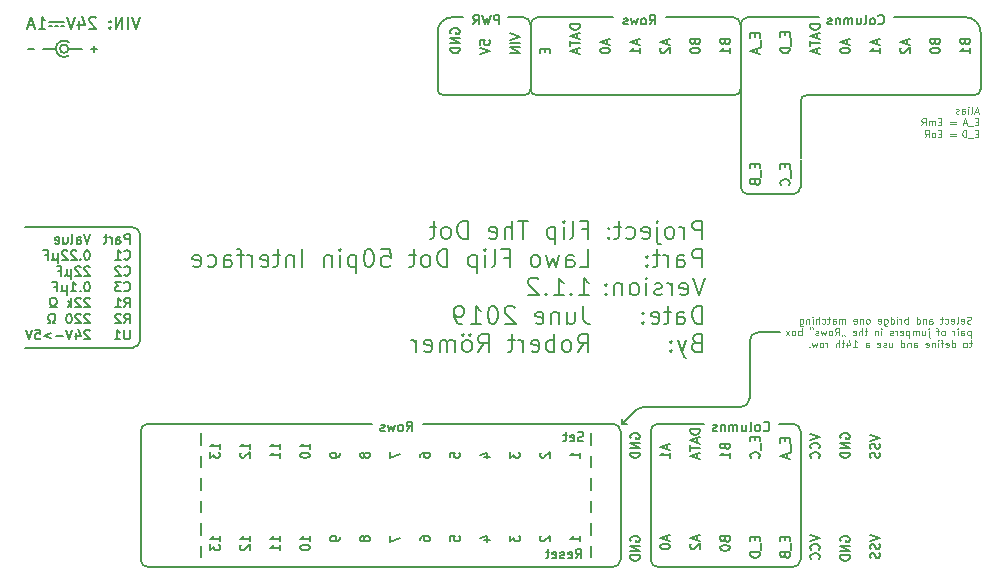
<source format=gbr>
G04 #@! TF.GenerationSoftware,KiCad,Pcbnew,(5.0.0-rc3-dev)*
G04 #@! TF.CreationDate,2019-06-23T04:24:38+02:00*
G04 #@! TF.ProjectId,Lawo 28x13 Interface,4C61776F20323878313320496E746572,1.1.2*
G04 #@! TF.SameCoordinates,Original*
G04 #@! TF.FileFunction,Legend,Bot*
G04 #@! TF.FilePolarity,Positive*
%FSLAX46Y46*%
G04 Gerber Fmt 4.6, Leading zero omitted, Abs format (unit mm)*
G04 Created by KiCad (PCBNEW (5.0.0-rc3-dev)) date 2019 June 23, Sunday 04:24:38*
%MOMM*%
%LPD*%
G01*
G04 APERTURE LIST*
%ADD10C,0.150000*%
%ADD11C,0.100000*%
%ADD12C,0.200000*%
G04 APERTURE END LIST*
D10*
X157512685Y-122143185D02*
G75*
G02X158051500Y-121920000I538815J-538815D01*
G01*
X167132000Y-116332000D02*
G75*
G02X167894000Y-115570000I762000J0D01*
G01*
X167132000Y-116332000D02*
X167132000Y-121158000D01*
X167830500Y-115570000D02*
X169672000Y-115570000D01*
X167132000Y-121158000D02*
G75*
G02X166370000Y-121920000I-762000J0D01*
G01*
X156337000Y-123317000D02*
X156337000Y-122936000D01*
X156337000Y-123317000D02*
X156718000Y-123317000D01*
X157501147Y-122152853D02*
X156337000Y-123317000D01*
X158038791Y-121920000D02*
X166433500Y-121920000D01*
D11*
X185875714Y-114812857D02*
X185790000Y-114841428D01*
X185647142Y-114841428D01*
X185590000Y-114812857D01*
X185561428Y-114784285D01*
X185532857Y-114727142D01*
X185532857Y-114670000D01*
X185561428Y-114612857D01*
X185590000Y-114584285D01*
X185647142Y-114555714D01*
X185761428Y-114527142D01*
X185818571Y-114498571D01*
X185847142Y-114470000D01*
X185875714Y-114412857D01*
X185875714Y-114355714D01*
X185847142Y-114298571D01*
X185818571Y-114270000D01*
X185761428Y-114241428D01*
X185618571Y-114241428D01*
X185532857Y-114270000D01*
X185047142Y-114812857D02*
X185104285Y-114841428D01*
X185218571Y-114841428D01*
X185275714Y-114812857D01*
X185304285Y-114755714D01*
X185304285Y-114527142D01*
X185275714Y-114470000D01*
X185218571Y-114441428D01*
X185104285Y-114441428D01*
X185047142Y-114470000D01*
X185018571Y-114527142D01*
X185018571Y-114584285D01*
X185304285Y-114641428D01*
X184675714Y-114841428D02*
X184732857Y-114812857D01*
X184761428Y-114755714D01*
X184761428Y-114241428D01*
X184218571Y-114812857D02*
X184275714Y-114841428D01*
X184390000Y-114841428D01*
X184447142Y-114812857D01*
X184475714Y-114755714D01*
X184475714Y-114527142D01*
X184447142Y-114470000D01*
X184390000Y-114441428D01*
X184275714Y-114441428D01*
X184218571Y-114470000D01*
X184190000Y-114527142D01*
X184190000Y-114584285D01*
X184475714Y-114641428D01*
X183675714Y-114812857D02*
X183732857Y-114841428D01*
X183847142Y-114841428D01*
X183904285Y-114812857D01*
X183932857Y-114784285D01*
X183961428Y-114727142D01*
X183961428Y-114555714D01*
X183932857Y-114498571D01*
X183904285Y-114470000D01*
X183847142Y-114441428D01*
X183732857Y-114441428D01*
X183675714Y-114470000D01*
X183504285Y-114441428D02*
X183275714Y-114441428D01*
X183418571Y-114241428D02*
X183418571Y-114755714D01*
X183390000Y-114812857D01*
X183332857Y-114841428D01*
X183275714Y-114841428D01*
X182361428Y-114841428D02*
X182361428Y-114527142D01*
X182390000Y-114470000D01*
X182447142Y-114441428D01*
X182561428Y-114441428D01*
X182618571Y-114470000D01*
X182361428Y-114812857D02*
X182418571Y-114841428D01*
X182561428Y-114841428D01*
X182618571Y-114812857D01*
X182647142Y-114755714D01*
X182647142Y-114698571D01*
X182618571Y-114641428D01*
X182561428Y-114612857D01*
X182418571Y-114612857D01*
X182361428Y-114584285D01*
X182075714Y-114441428D02*
X182075714Y-114841428D01*
X182075714Y-114498571D02*
X182047142Y-114470000D01*
X181990000Y-114441428D01*
X181904285Y-114441428D01*
X181847142Y-114470000D01*
X181818571Y-114527142D01*
X181818571Y-114841428D01*
X181275714Y-114841428D02*
X181275714Y-114241428D01*
X181275714Y-114812857D02*
X181332857Y-114841428D01*
X181447142Y-114841428D01*
X181504285Y-114812857D01*
X181532857Y-114784285D01*
X181561428Y-114727142D01*
X181561428Y-114555714D01*
X181532857Y-114498571D01*
X181504285Y-114470000D01*
X181447142Y-114441428D01*
X181332857Y-114441428D01*
X181275714Y-114470000D01*
X180532857Y-114841428D02*
X180532857Y-114241428D01*
X180532857Y-114470000D02*
X180475714Y-114441428D01*
X180361428Y-114441428D01*
X180304285Y-114470000D01*
X180275714Y-114498571D01*
X180247142Y-114555714D01*
X180247142Y-114727142D01*
X180275714Y-114784285D01*
X180304285Y-114812857D01*
X180361428Y-114841428D01*
X180475714Y-114841428D01*
X180532857Y-114812857D01*
X179990000Y-114841428D02*
X179990000Y-114441428D01*
X179990000Y-114555714D02*
X179961428Y-114498571D01*
X179932857Y-114470000D01*
X179875714Y-114441428D01*
X179818571Y-114441428D01*
X179618571Y-114841428D02*
X179618571Y-114441428D01*
X179618571Y-114241428D02*
X179647142Y-114270000D01*
X179618571Y-114298571D01*
X179590000Y-114270000D01*
X179618571Y-114241428D01*
X179618571Y-114298571D01*
X179075714Y-114841428D02*
X179075714Y-114241428D01*
X179075714Y-114812857D02*
X179132857Y-114841428D01*
X179247142Y-114841428D01*
X179304285Y-114812857D01*
X179332857Y-114784285D01*
X179361428Y-114727142D01*
X179361428Y-114555714D01*
X179332857Y-114498571D01*
X179304285Y-114470000D01*
X179247142Y-114441428D01*
X179132857Y-114441428D01*
X179075714Y-114470000D01*
X178532857Y-114441428D02*
X178532857Y-114927142D01*
X178561428Y-114984285D01*
X178590000Y-115012857D01*
X178647142Y-115041428D01*
X178732857Y-115041428D01*
X178790000Y-115012857D01*
X178532857Y-114812857D02*
X178590000Y-114841428D01*
X178704285Y-114841428D01*
X178761428Y-114812857D01*
X178790000Y-114784285D01*
X178818571Y-114727142D01*
X178818571Y-114555714D01*
X178790000Y-114498571D01*
X178761428Y-114470000D01*
X178704285Y-114441428D01*
X178590000Y-114441428D01*
X178532857Y-114470000D01*
X178018571Y-114812857D02*
X178075714Y-114841428D01*
X178190000Y-114841428D01*
X178247142Y-114812857D01*
X178275714Y-114755714D01*
X178275714Y-114527142D01*
X178247142Y-114470000D01*
X178190000Y-114441428D01*
X178075714Y-114441428D01*
X178018571Y-114470000D01*
X177990000Y-114527142D01*
X177990000Y-114584285D01*
X178275714Y-114641428D01*
X177190000Y-114841428D02*
X177247142Y-114812857D01*
X177275714Y-114784285D01*
X177304285Y-114727142D01*
X177304285Y-114555714D01*
X177275714Y-114498571D01*
X177247142Y-114470000D01*
X177190000Y-114441428D01*
X177104285Y-114441428D01*
X177047142Y-114470000D01*
X177018571Y-114498571D01*
X176990000Y-114555714D01*
X176990000Y-114727142D01*
X177018571Y-114784285D01*
X177047142Y-114812857D01*
X177104285Y-114841428D01*
X177190000Y-114841428D01*
X176732857Y-114441428D02*
X176732857Y-114841428D01*
X176732857Y-114498571D02*
X176704285Y-114470000D01*
X176647142Y-114441428D01*
X176561428Y-114441428D01*
X176504285Y-114470000D01*
X176475714Y-114527142D01*
X176475714Y-114841428D01*
X175961428Y-114812857D02*
X176018571Y-114841428D01*
X176132857Y-114841428D01*
X176190000Y-114812857D01*
X176218571Y-114755714D01*
X176218571Y-114527142D01*
X176190000Y-114470000D01*
X176132857Y-114441428D01*
X176018571Y-114441428D01*
X175961428Y-114470000D01*
X175932857Y-114527142D01*
X175932857Y-114584285D01*
X176218571Y-114641428D01*
X175218571Y-114841428D02*
X175218571Y-114441428D01*
X175218571Y-114498571D02*
X175190000Y-114470000D01*
X175132857Y-114441428D01*
X175047142Y-114441428D01*
X174990000Y-114470000D01*
X174961428Y-114527142D01*
X174961428Y-114841428D01*
X174961428Y-114527142D02*
X174932857Y-114470000D01*
X174875714Y-114441428D01*
X174790000Y-114441428D01*
X174732857Y-114470000D01*
X174704285Y-114527142D01*
X174704285Y-114841428D01*
X174161428Y-114841428D02*
X174161428Y-114527142D01*
X174190000Y-114470000D01*
X174247142Y-114441428D01*
X174361428Y-114441428D01*
X174418571Y-114470000D01*
X174161428Y-114812857D02*
X174218571Y-114841428D01*
X174361428Y-114841428D01*
X174418571Y-114812857D01*
X174447142Y-114755714D01*
X174447142Y-114698571D01*
X174418571Y-114641428D01*
X174361428Y-114612857D01*
X174218571Y-114612857D01*
X174161428Y-114584285D01*
X173961428Y-114441428D02*
X173732857Y-114441428D01*
X173875714Y-114241428D02*
X173875714Y-114755714D01*
X173847142Y-114812857D01*
X173790000Y-114841428D01*
X173732857Y-114841428D01*
X173275714Y-114812857D02*
X173332857Y-114841428D01*
X173447142Y-114841428D01*
X173504285Y-114812857D01*
X173532857Y-114784285D01*
X173561428Y-114727142D01*
X173561428Y-114555714D01*
X173532857Y-114498571D01*
X173504285Y-114470000D01*
X173447142Y-114441428D01*
X173332857Y-114441428D01*
X173275714Y-114470000D01*
X173018571Y-114841428D02*
X173018571Y-114241428D01*
X172761428Y-114841428D02*
X172761428Y-114527142D01*
X172790000Y-114470000D01*
X172847142Y-114441428D01*
X172932857Y-114441428D01*
X172990000Y-114470000D01*
X173018571Y-114498571D01*
X172475714Y-114841428D02*
X172475714Y-114441428D01*
X172475714Y-114241428D02*
X172504285Y-114270000D01*
X172475714Y-114298571D01*
X172447142Y-114270000D01*
X172475714Y-114241428D01*
X172475714Y-114298571D01*
X172190000Y-114441428D02*
X172190000Y-114841428D01*
X172190000Y-114498571D02*
X172161428Y-114470000D01*
X172104285Y-114441428D01*
X172018571Y-114441428D01*
X171961428Y-114470000D01*
X171932857Y-114527142D01*
X171932857Y-114841428D01*
X171390000Y-114441428D02*
X171390000Y-114927142D01*
X171418571Y-114984285D01*
X171447142Y-115012857D01*
X171504285Y-115041428D01*
X171590000Y-115041428D01*
X171647142Y-115012857D01*
X171390000Y-114812857D02*
X171447142Y-114841428D01*
X171561428Y-114841428D01*
X171618571Y-114812857D01*
X171647142Y-114784285D01*
X171675714Y-114727142D01*
X171675714Y-114555714D01*
X171647142Y-114498571D01*
X171618571Y-114470000D01*
X171561428Y-114441428D01*
X171447142Y-114441428D01*
X171390000Y-114470000D01*
X185847142Y-115441428D02*
X185847142Y-116041428D01*
X185847142Y-115470000D02*
X185790000Y-115441428D01*
X185675714Y-115441428D01*
X185618571Y-115470000D01*
X185590000Y-115498571D01*
X185561428Y-115555714D01*
X185561428Y-115727142D01*
X185590000Y-115784285D01*
X185618571Y-115812857D01*
X185675714Y-115841428D01*
X185790000Y-115841428D01*
X185847142Y-115812857D01*
X185047142Y-115841428D02*
X185047142Y-115527142D01*
X185075714Y-115470000D01*
X185132857Y-115441428D01*
X185247142Y-115441428D01*
X185304285Y-115470000D01*
X185047142Y-115812857D02*
X185104285Y-115841428D01*
X185247142Y-115841428D01*
X185304285Y-115812857D01*
X185332857Y-115755714D01*
X185332857Y-115698571D01*
X185304285Y-115641428D01*
X185247142Y-115612857D01*
X185104285Y-115612857D01*
X185047142Y-115584285D01*
X184761428Y-115841428D02*
X184761428Y-115441428D01*
X184761428Y-115241428D02*
X184790000Y-115270000D01*
X184761428Y-115298571D01*
X184732857Y-115270000D01*
X184761428Y-115241428D01*
X184761428Y-115298571D01*
X184475714Y-115841428D02*
X184475714Y-115441428D01*
X184475714Y-115555714D02*
X184447142Y-115498571D01*
X184418571Y-115470000D01*
X184361428Y-115441428D01*
X184304285Y-115441428D01*
X183561428Y-115841428D02*
X183618571Y-115812857D01*
X183647142Y-115784285D01*
X183675714Y-115727142D01*
X183675714Y-115555714D01*
X183647142Y-115498571D01*
X183618571Y-115470000D01*
X183561428Y-115441428D01*
X183475714Y-115441428D01*
X183418571Y-115470000D01*
X183390000Y-115498571D01*
X183361428Y-115555714D01*
X183361428Y-115727142D01*
X183390000Y-115784285D01*
X183418571Y-115812857D01*
X183475714Y-115841428D01*
X183561428Y-115841428D01*
X183190000Y-115441428D02*
X182961428Y-115441428D01*
X183104285Y-115841428D02*
X183104285Y-115327142D01*
X183075714Y-115270000D01*
X183018571Y-115241428D01*
X182961428Y-115241428D01*
X182304285Y-115441428D02*
X182304285Y-115955714D01*
X182332857Y-116012857D01*
X182390000Y-116041428D01*
X182418571Y-116041428D01*
X182304285Y-115241428D02*
X182332857Y-115270000D01*
X182304285Y-115298571D01*
X182275714Y-115270000D01*
X182304285Y-115241428D01*
X182304285Y-115298571D01*
X181761428Y-115441428D02*
X181761428Y-115841428D01*
X182018571Y-115441428D02*
X182018571Y-115755714D01*
X181990000Y-115812857D01*
X181932857Y-115841428D01*
X181847142Y-115841428D01*
X181790000Y-115812857D01*
X181761428Y-115784285D01*
X181475714Y-115841428D02*
X181475714Y-115441428D01*
X181475714Y-115498571D02*
X181447142Y-115470000D01*
X181390000Y-115441428D01*
X181304285Y-115441428D01*
X181247142Y-115470000D01*
X181218571Y-115527142D01*
X181218571Y-115841428D01*
X181218571Y-115527142D02*
X181190000Y-115470000D01*
X181132857Y-115441428D01*
X181047142Y-115441428D01*
X180990000Y-115470000D01*
X180961428Y-115527142D01*
X180961428Y-115841428D01*
X180675714Y-115441428D02*
X180675714Y-116041428D01*
X180675714Y-115470000D02*
X180618571Y-115441428D01*
X180504285Y-115441428D01*
X180447142Y-115470000D01*
X180418571Y-115498571D01*
X180390000Y-115555714D01*
X180390000Y-115727142D01*
X180418571Y-115784285D01*
X180447142Y-115812857D01*
X180504285Y-115841428D01*
X180618571Y-115841428D01*
X180675714Y-115812857D01*
X179904285Y-115812857D02*
X179961428Y-115841428D01*
X180075714Y-115841428D01*
X180132857Y-115812857D01*
X180161428Y-115755714D01*
X180161428Y-115527142D01*
X180132857Y-115470000D01*
X180075714Y-115441428D01*
X179961428Y-115441428D01*
X179904285Y-115470000D01*
X179875714Y-115527142D01*
X179875714Y-115584285D01*
X180161428Y-115641428D01*
X179618571Y-115841428D02*
X179618571Y-115441428D01*
X179618571Y-115555714D02*
X179590000Y-115498571D01*
X179561428Y-115470000D01*
X179504285Y-115441428D01*
X179447142Y-115441428D01*
X179275714Y-115812857D02*
X179218571Y-115841428D01*
X179104285Y-115841428D01*
X179047142Y-115812857D01*
X179018571Y-115755714D01*
X179018571Y-115727142D01*
X179047142Y-115670000D01*
X179104285Y-115641428D01*
X179190000Y-115641428D01*
X179247142Y-115612857D01*
X179275714Y-115555714D01*
X179275714Y-115527142D01*
X179247142Y-115470000D01*
X179190000Y-115441428D01*
X179104285Y-115441428D01*
X179047142Y-115470000D01*
X178304285Y-115841428D02*
X178304285Y-115441428D01*
X178304285Y-115241428D02*
X178332857Y-115270000D01*
X178304285Y-115298571D01*
X178275714Y-115270000D01*
X178304285Y-115241428D01*
X178304285Y-115298571D01*
X178018571Y-115441428D02*
X178018571Y-115841428D01*
X178018571Y-115498571D02*
X177990000Y-115470000D01*
X177932857Y-115441428D01*
X177847142Y-115441428D01*
X177790000Y-115470000D01*
X177761428Y-115527142D01*
X177761428Y-115841428D01*
X177104285Y-115441428D02*
X176875714Y-115441428D01*
X177018571Y-115241428D02*
X177018571Y-115755714D01*
X176990000Y-115812857D01*
X176932857Y-115841428D01*
X176875714Y-115841428D01*
X176675714Y-115841428D02*
X176675714Y-115241428D01*
X176418571Y-115841428D02*
X176418571Y-115527142D01*
X176447142Y-115470000D01*
X176504285Y-115441428D01*
X176590000Y-115441428D01*
X176647142Y-115470000D01*
X176675714Y-115498571D01*
X175904285Y-115812857D02*
X175961428Y-115841428D01*
X176075714Y-115841428D01*
X176132857Y-115812857D01*
X176161428Y-115755714D01*
X176161428Y-115527142D01*
X176132857Y-115470000D01*
X176075714Y-115441428D01*
X175961428Y-115441428D01*
X175904285Y-115470000D01*
X175875714Y-115527142D01*
X175875714Y-115584285D01*
X176161428Y-115641428D01*
X175161428Y-115812857D02*
X175161428Y-115841428D01*
X175190000Y-115898571D01*
X175218571Y-115927142D01*
X174932857Y-115812857D02*
X174932857Y-115841428D01*
X174961428Y-115898571D01*
X174990000Y-115927142D01*
X174361428Y-115841428D02*
X174561428Y-115555714D01*
X174704285Y-115841428D02*
X174704285Y-115241428D01*
X174475714Y-115241428D01*
X174418571Y-115270000D01*
X174390000Y-115298571D01*
X174361428Y-115355714D01*
X174361428Y-115441428D01*
X174390000Y-115498571D01*
X174418571Y-115527142D01*
X174475714Y-115555714D01*
X174704285Y-115555714D01*
X174018571Y-115841428D02*
X174075714Y-115812857D01*
X174104285Y-115784285D01*
X174132857Y-115727142D01*
X174132857Y-115555714D01*
X174104285Y-115498571D01*
X174075714Y-115470000D01*
X174018571Y-115441428D01*
X173932857Y-115441428D01*
X173875714Y-115470000D01*
X173847142Y-115498571D01*
X173818571Y-115555714D01*
X173818571Y-115727142D01*
X173847142Y-115784285D01*
X173875714Y-115812857D01*
X173932857Y-115841428D01*
X174018571Y-115841428D01*
X173618571Y-115441428D02*
X173504285Y-115841428D01*
X173390000Y-115555714D01*
X173275714Y-115841428D01*
X173161428Y-115441428D01*
X172961428Y-115812857D02*
X172904285Y-115841428D01*
X172790000Y-115841428D01*
X172732857Y-115812857D01*
X172704285Y-115755714D01*
X172704285Y-115727142D01*
X172732857Y-115670000D01*
X172790000Y-115641428D01*
X172875714Y-115641428D01*
X172932857Y-115612857D01*
X172961428Y-115555714D01*
X172961428Y-115527142D01*
X172932857Y-115470000D01*
X172875714Y-115441428D01*
X172790000Y-115441428D01*
X172732857Y-115470000D01*
X172275714Y-115270000D02*
X172275714Y-115241428D01*
X172247142Y-115184285D01*
X172218571Y-115155714D01*
X172504285Y-115270000D02*
X172504285Y-115241428D01*
X172475714Y-115184285D01*
X172447142Y-115155714D01*
X171532857Y-115841428D02*
X171532857Y-115241428D01*
X171532857Y-115470000D02*
X171475714Y-115441428D01*
X171361428Y-115441428D01*
X171304285Y-115470000D01*
X171275714Y-115498571D01*
X171247142Y-115555714D01*
X171247142Y-115727142D01*
X171275714Y-115784285D01*
X171304285Y-115812857D01*
X171361428Y-115841428D01*
X171475714Y-115841428D01*
X171532857Y-115812857D01*
X170904285Y-115841428D02*
X170961428Y-115812857D01*
X170990000Y-115784285D01*
X171018571Y-115727142D01*
X171018571Y-115555714D01*
X170990000Y-115498571D01*
X170961428Y-115470000D01*
X170904285Y-115441428D01*
X170818571Y-115441428D01*
X170761428Y-115470000D01*
X170732857Y-115498571D01*
X170704285Y-115555714D01*
X170704285Y-115727142D01*
X170732857Y-115784285D01*
X170761428Y-115812857D01*
X170818571Y-115841428D01*
X170904285Y-115841428D01*
X170504285Y-115841428D02*
X170190000Y-115441428D01*
X170504285Y-115441428D02*
X170190000Y-115841428D01*
X185932857Y-116441428D02*
X185704285Y-116441428D01*
X185847142Y-116241428D02*
X185847142Y-116755714D01*
X185818571Y-116812857D01*
X185761428Y-116841428D01*
X185704285Y-116841428D01*
X185418571Y-116841428D02*
X185475714Y-116812857D01*
X185504285Y-116784285D01*
X185532857Y-116727142D01*
X185532857Y-116555714D01*
X185504285Y-116498571D01*
X185475714Y-116470000D01*
X185418571Y-116441428D01*
X185332857Y-116441428D01*
X185275714Y-116470000D01*
X185247142Y-116498571D01*
X185218571Y-116555714D01*
X185218571Y-116727142D01*
X185247142Y-116784285D01*
X185275714Y-116812857D01*
X185332857Y-116841428D01*
X185418571Y-116841428D01*
X184247142Y-116841428D02*
X184247142Y-116241428D01*
X184247142Y-116812857D02*
X184304285Y-116841428D01*
X184418571Y-116841428D01*
X184475714Y-116812857D01*
X184504285Y-116784285D01*
X184532857Y-116727142D01*
X184532857Y-116555714D01*
X184504285Y-116498571D01*
X184475714Y-116470000D01*
X184418571Y-116441428D01*
X184304285Y-116441428D01*
X184247142Y-116470000D01*
X183732857Y-116812857D02*
X183790000Y-116841428D01*
X183904285Y-116841428D01*
X183961428Y-116812857D01*
X183990000Y-116755714D01*
X183990000Y-116527142D01*
X183961428Y-116470000D01*
X183904285Y-116441428D01*
X183790000Y-116441428D01*
X183732857Y-116470000D01*
X183704285Y-116527142D01*
X183704285Y-116584285D01*
X183990000Y-116641428D01*
X183532857Y-116441428D02*
X183304285Y-116441428D01*
X183447142Y-116841428D02*
X183447142Y-116327142D01*
X183418571Y-116270000D01*
X183361428Y-116241428D01*
X183304285Y-116241428D01*
X183104285Y-116841428D02*
X183104285Y-116441428D01*
X183104285Y-116241428D02*
X183132857Y-116270000D01*
X183104285Y-116298571D01*
X183075714Y-116270000D01*
X183104285Y-116241428D01*
X183104285Y-116298571D01*
X182818571Y-116441428D02*
X182818571Y-116841428D01*
X182818571Y-116498571D02*
X182790000Y-116470000D01*
X182732857Y-116441428D01*
X182647142Y-116441428D01*
X182590000Y-116470000D01*
X182561428Y-116527142D01*
X182561428Y-116841428D01*
X182047142Y-116812857D02*
X182104285Y-116841428D01*
X182218571Y-116841428D01*
X182275714Y-116812857D01*
X182304285Y-116755714D01*
X182304285Y-116527142D01*
X182275714Y-116470000D01*
X182218571Y-116441428D01*
X182104285Y-116441428D01*
X182047142Y-116470000D01*
X182018571Y-116527142D01*
X182018571Y-116584285D01*
X182304285Y-116641428D01*
X181047142Y-116841428D02*
X181047142Y-116527142D01*
X181075714Y-116470000D01*
X181132857Y-116441428D01*
X181247142Y-116441428D01*
X181304285Y-116470000D01*
X181047142Y-116812857D02*
X181104285Y-116841428D01*
X181247142Y-116841428D01*
X181304285Y-116812857D01*
X181332857Y-116755714D01*
X181332857Y-116698571D01*
X181304285Y-116641428D01*
X181247142Y-116612857D01*
X181104285Y-116612857D01*
X181047142Y-116584285D01*
X180761428Y-116441428D02*
X180761428Y-116841428D01*
X180761428Y-116498571D02*
X180732857Y-116470000D01*
X180675714Y-116441428D01*
X180590000Y-116441428D01*
X180532857Y-116470000D01*
X180504285Y-116527142D01*
X180504285Y-116841428D01*
X179961428Y-116841428D02*
X179961428Y-116241428D01*
X179961428Y-116812857D02*
X180018571Y-116841428D01*
X180132857Y-116841428D01*
X180190000Y-116812857D01*
X180218571Y-116784285D01*
X180247142Y-116727142D01*
X180247142Y-116555714D01*
X180218571Y-116498571D01*
X180190000Y-116470000D01*
X180132857Y-116441428D01*
X180018571Y-116441428D01*
X179961428Y-116470000D01*
X178961428Y-116441428D02*
X178961428Y-116841428D01*
X179218571Y-116441428D02*
X179218571Y-116755714D01*
X179190000Y-116812857D01*
X179132857Y-116841428D01*
X179047142Y-116841428D01*
X178990000Y-116812857D01*
X178961428Y-116784285D01*
X178704285Y-116812857D02*
X178647142Y-116841428D01*
X178532857Y-116841428D01*
X178475714Y-116812857D01*
X178447142Y-116755714D01*
X178447142Y-116727142D01*
X178475714Y-116670000D01*
X178532857Y-116641428D01*
X178618571Y-116641428D01*
X178675714Y-116612857D01*
X178704285Y-116555714D01*
X178704285Y-116527142D01*
X178675714Y-116470000D01*
X178618571Y-116441428D01*
X178532857Y-116441428D01*
X178475714Y-116470000D01*
X177961428Y-116812857D02*
X178018571Y-116841428D01*
X178132857Y-116841428D01*
X178190000Y-116812857D01*
X178218571Y-116755714D01*
X178218571Y-116527142D01*
X178190000Y-116470000D01*
X178132857Y-116441428D01*
X178018571Y-116441428D01*
X177961428Y-116470000D01*
X177932857Y-116527142D01*
X177932857Y-116584285D01*
X178218571Y-116641428D01*
X176961428Y-116841428D02*
X176961428Y-116527142D01*
X176990000Y-116470000D01*
X177047142Y-116441428D01*
X177161428Y-116441428D01*
X177218571Y-116470000D01*
X176961428Y-116812857D02*
X177018571Y-116841428D01*
X177161428Y-116841428D01*
X177218571Y-116812857D01*
X177247142Y-116755714D01*
X177247142Y-116698571D01*
X177218571Y-116641428D01*
X177161428Y-116612857D01*
X177018571Y-116612857D01*
X176961428Y-116584285D01*
X175904285Y-116841428D02*
X176247142Y-116841428D01*
X176075714Y-116841428D02*
X176075714Y-116241428D01*
X176132857Y-116327142D01*
X176190000Y-116384285D01*
X176247142Y-116412857D01*
X175390000Y-116441428D02*
X175390000Y-116841428D01*
X175532857Y-116212857D02*
X175675714Y-116641428D01*
X175304285Y-116641428D01*
X175161428Y-116441428D02*
X174932857Y-116441428D01*
X175075714Y-116241428D02*
X175075714Y-116755714D01*
X175047142Y-116812857D01*
X174990000Y-116841428D01*
X174932857Y-116841428D01*
X174732857Y-116841428D02*
X174732857Y-116241428D01*
X174475714Y-116841428D02*
X174475714Y-116527142D01*
X174504285Y-116470000D01*
X174561428Y-116441428D01*
X174647142Y-116441428D01*
X174704285Y-116470000D01*
X174732857Y-116498571D01*
X173732857Y-116841428D02*
X173732857Y-116441428D01*
X173732857Y-116555714D02*
X173704285Y-116498571D01*
X173675714Y-116470000D01*
X173618571Y-116441428D01*
X173561428Y-116441428D01*
X173275714Y-116841428D02*
X173332857Y-116812857D01*
X173361428Y-116784285D01*
X173390000Y-116727142D01*
X173390000Y-116555714D01*
X173361428Y-116498571D01*
X173332857Y-116470000D01*
X173275714Y-116441428D01*
X173190000Y-116441428D01*
X173132857Y-116470000D01*
X173104285Y-116498571D01*
X173075714Y-116555714D01*
X173075714Y-116727142D01*
X173104285Y-116784285D01*
X173132857Y-116812857D01*
X173190000Y-116841428D01*
X173275714Y-116841428D01*
X172875714Y-116441428D02*
X172761428Y-116841428D01*
X172647142Y-116555714D01*
X172532857Y-116841428D01*
X172418571Y-116441428D01*
X172190000Y-116784285D02*
X172161428Y-116812857D01*
X172190000Y-116841428D01*
X172218571Y-116812857D01*
X172190000Y-116784285D01*
X172190000Y-116841428D01*
X186510714Y-96890000D02*
X186225000Y-96890000D01*
X186567857Y-97061428D02*
X186367857Y-96461428D01*
X186167857Y-97061428D01*
X185882142Y-97061428D02*
X185939285Y-97032857D01*
X185967857Y-96975714D01*
X185967857Y-96461428D01*
X185653571Y-97061428D02*
X185653571Y-96661428D01*
X185653571Y-96461428D02*
X185682142Y-96490000D01*
X185653571Y-96518571D01*
X185625000Y-96490000D01*
X185653571Y-96461428D01*
X185653571Y-96518571D01*
X185110714Y-97061428D02*
X185110714Y-96747142D01*
X185139285Y-96690000D01*
X185196428Y-96661428D01*
X185310714Y-96661428D01*
X185367857Y-96690000D01*
X185110714Y-97032857D02*
X185167857Y-97061428D01*
X185310714Y-97061428D01*
X185367857Y-97032857D01*
X185396428Y-96975714D01*
X185396428Y-96918571D01*
X185367857Y-96861428D01*
X185310714Y-96832857D01*
X185167857Y-96832857D01*
X185110714Y-96804285D01*
X184853571Y-97032857D02*
X184796428Y-97061428D01*
X184682142Y-97061428D01*
X184625000Y-97032857D01*
X184596428Y-96975714D01*
X184596428Y-96947142D01*
X184625000Y-96890000D01*
X184682142Y-96861428D01*
X184767857Y-96861428D01*
X184825000Y-96832857D01*
X184853571Y-96775714D01*
X184853571Y-96747142D01*
X184825000Y-96690000D01*
X184767857Y-96661428D01*
X184682142Y-96661428D01*
X184625000Y-96690000D01*
X186482142Y-97747142D02*
X186282142Y-97747142D01*
X186196428Y-98061428D02*
X186482142Y-98061428D01*
X186482142Y-97461428D01*
X186196428Y-97461428D01*
X186082142Y-98118571D02*
X185625000Y-98118571D01*
X185510714Y-97890000D02*
X185225000Y-97890000D01*
X185567857Y-98061428D02*
X185367857Y-97461428D01*
X185167857Y-98061428D01*
X186482142Y-98747142D02*
X186282142Y-98747142D01*
X186196428Y-99061428D02*
X186482142Y-99061428D01*
X186482142Y-98461428D01*
X186196428Y-98461428D01*
X186082142Y-99118571D02*
X185625000Y-99118571D01*
X185482142Y-99061428D02*
X185482142Y-98461428D01*
X185339285Y-98461428D01*
X185253571Y-98490000D01*
X185196428Y-98547142D01*
X185167857Y-98604285D01*
X185139285Y-98718571D01*
X185139285Y-98804285D01*
X185167857Y-98918571D01*
X185196428Y-98975714D01*
X185253571Y-99032857D01*
X185339285Y-99061428D01*
X185482142Y-99061428D01*
X184577142Y-97747142D02*
X184120000Y-97747142D01*
X184120000Y-97918571D02*
X184577142Y-97918571D01*
X183377142Y-97747142D02*
X183177142Y-97747142D01*
X183091428Y-98061428D02*
X183377142Y-98061428D01*
X183377142Y-97461428D01*
X183091428Y-97461428D01*
X182834285Y-98061428D02*
X182834285Y-97661428D01*
X182834285Y-97718571D02*
X182805714Y-97690000D01*
X182748571Y-97661428D01*
X182662857Y-97661428D01*
X182605714Y-97690000D01*
X182577142Y-97747142D01*
X182577142Y-98061428D01*
X182577142Y-97747142D02*
X182548571Y-97690000D01*
X182491428Y-97661428D01*
X182405714Y-97661428D01*
X182348571Y-97690000D01*
X182320000Y-97747142D01*
X182320000Y-98061428D01*
X181691428Y-98061428D02*
X181891428Y-97775714D01*
X182034285Y-98061428D02*
X182034285Y-97461428D01*
X181805714Y-97461428D01*
X181748571Y-97490000D01*
X181720000Y-97518571D01*
X181691428Y-97575714D01*
X181691428Y-97661428D01*
X181720000Y-97718571D01*
X181748571Y-97747142D01*
X181805714Y-97775714D01*
X182034285Y-97775714D01*
X184577142Y-98747142D02*
X184120000Y-98747142D01*
X184120000Y-98918571D02*
X184577142Y-98918571D01*
X183377142Y-98747142D02*
X183177142Y-98747142D01*
X183091428Y-99061428D02*
X183377142Y-99061428D01*
X183377142Y-98461428D01*
X183091428Y-98461428D01*
X182748571Y-99061428D02*
X182805714Y-99032857D01*
X182834285Y-99004285D01*
X182862857Y-98947142D01*
X182862857Y-98775714D01*
X182834285Y-98718571D01*
X182805714Y-98690000D01*
X182748571Y-98661428D01*
X182662857Y-98661428D01*
X182605714Y-98690000D01*
X182577142Y-98718571D01*
X182548571Y-98775714D01*
X182548571Y-98947142D01*
X182577142Y-99004285D01*
X182605714Y-99032857D01*
X182662857Y-99061428D01*
X182748571Y-99061428D01*
X181948571Y-99061428D02*
X182148571Y-98775714D01*
X182291428Y-99061428D02*
X182291428Y-98461428D01*
X182062857Y-98461428D01*
X182005714Y-98490000D01*
X181977142Y-98518571D01*
X181948571Y-98575714D01*
X181948571Y-98661428D01*
X181977142Y-98718571D01*
X182005714Y-98747142D01*
X182062857Y-98775714D01*
X182291428Y-98775714D01*
D12*
X114909600Y-106680000D02*
G75*
G02X115544600Y-107315000I0J-635000D01*
G01*
X115544600Y-116230400D02*
G75*
G02X114909600Y-116865400I-635000J0D01*
G01*
X171958000Y-95504000D02*
X186182000Y-95504000D01*
D10*
X170122857Y-132871738D02*
X170122857Y-133138405D01*
X170541904Y-133252691D02*
X170541904Y-132871738D01*
X169741904Y-132871738D01*
X169741904Y-133252691D01*
X170618095Y-133405072D02*
X170618095Y-134014596D01*
X170122857Y-134471738D02*
X170160952Y-134586024D01*
X170199047Y-134624119D01*
X170275238Y-134662215D01*
X170389523Y-134662215D01*
X170465714Y-134624119D01*
X170503809Y-134586024D01*
X170541904Y-134509834D01*
X170541904Y-134205072D01*
X169741904Y-134205072D01*
X169741904Y-134471738D01*
X169780000Y-134547929D01*
X169818095Y-134586024D01*
X169894285Y-134624119D01*
X169970476Y-134624119D01*
X170046666Y-134586024D01*
X170084761Y-134547929D01*
X170122857Y-134471738D01*
X170122857Y-134205072D01*
X167582857Y-124424643D02*
X167582857Y-124691310D01*
X168001904Y-124805596D02*
X168001904Y-124424643D01*
X167201904Y-124424643D01*
X167201904Y-124805596D01*
X168078095Y-124957977D02*
X168078095Y-125567501D01*
X167925714Y-126215120D02*
X167963809Y-126177024D01*
X168001904Y-126062739D01*
X168001904Y-125986548D01*
X167963809Y-125872262D01*
X167887619Y-125796072D01*
X167811428Y-125757977D01*
X167659047Y-125719881D01*
X167544761Y-125719881D01*
X167392380Y-125757977D01*
X167316190Y-125796072D01*
X167240000Y-125872262D01*
X167201904Y-125986548D01*
X167201904Y-126062739D01*
X167240000Y-126177024D01*
X167278095Y-126215120D01*
D12*
X115570000Y-134810500D02*
X115570000Y-123952000D01*
X166370000Y-103251000D02*
G75*
G03X167005000Y-103886000I635000J0D01*
G01*
X170815000Y-103886000D02*
X167005000Y-103886000D01*
X171450000Y-100965000D02*
X171450000Y-103251000D01*
X170815000Y-103886000D02*
G75*
G03X171450000Y-103251000I0J635000D01*
G01*
X171958000Y-95504000D02*
G75*
G03X171450000Y-96012000I0J-508000D01*
G01*
X171450000Y-100838000D02*
X171450000Y-96012000D01*
D10*
X170122857Y-101337642D02*
X170122857Y-101604309D01*
X170541904Y-101718595D02*
X170541904Y-101337642D01*
X169741904Y-101337642D01*
X169741904Y-101718595D01*
X170618095Y-101870976D02*
X170618095Y-102480500D01*
X170465714Y-103128119D02*
X170503809Y-103090023D01*
X170541904Y-102975738D01*
X170541904Y-102899547D01*
X170503809Y-102785261D01*
X170427619Y-102709071D01*
X170351428Y-102670976D01*
X170199047Y-102632880D01*
X170084761Y-102632880D01*
X169932380Y-102670976D01*
X169856190Y-102709071D01*
X169780000Y-102785261D01*
X169741904Y-102899547D01*
X169741904Y-102975738D01*
X169780000Y-103090023D01*
X169818095Y-103128119D01*
X167582857Y-101299546D02*
X167582857Y-101566213D01*
X168001904Y-101680499D02*
X168001904Y-101299546D01*
X167201904Y-101299546D01*
X167201904Y-101680499D01*
X168078095Y-101832880D02*
X168078095Y-102442404D01*
X167582857Y-102899546D02*
X167620952Y-103013832D01*
X167659047Y-103051927D01*
X167735238Y-103090023D01*
X167849523Y-103090023D01*
X167925714Y-103051927D01*
X167963809Y-103013832D01*
X168001904Y-102937642D01*
X168001904Y-102632880D01*
X167201904Y-102632880D01*
X167201904Y-102899546D01*
X167240000Y-102975737D01*
X167278095Y-103013832D01*
X167354285Y-103051927D01*
X167430476Y-103051927D01*
X167506666Y-103013832D01*
X167544761Y-102975737D01*
X167582857Y-102899546D01*
X167582857Y-102632880D01*
X152969357Y-106852857D02*
X153469357Y-106852857D01*
X153469357Y-107638571D02*
X153469357Y-106138571D01*
X152755071Y-106138571D01*
X151969357Y-107638571D02*
X152112214Y-107567142D01*
X152183642Y-107424285D01*
X152183642Y-106138571D01*
X151397928Y-107638571D02*
X151397928Y-106638571D01*
X151397928Y-106138571D02*
X151469357Y-106210000D01*
X151397928Y-106281428D01*
X151326500Y-106210000D01*
X151397928Y-106138571D01*
X151397928Y-106281428D01*
X150683642Y-106638571D02*
X150683642Y-108138571D01*
X150683642Y-106710000D02*
X150540785Y-106638571D01*
X150255071Y-106638571D01*
X150112214Y-106710000D01*
X150040785Y-106781428D01*
X149969357Y-106924285D01*
X149969357Y-107352857D01*
X150040785Y-107495714D01*
X150112214Y-107567142D01*
X150255071Y-107638571D01*
X150540785Y-107638571D01*
X150683642Y-107567142D01*
X148397928Y-106138571D02*
X147540785Y-106138571D01*
X147969357Y-107638571D02*
X147969357Y-106138571D01*
X147040785Y-107638571D02*
X147040785Y-106138571D01*
X146397928Y-107638571D02*
X146397928Y-106852857D01*
X146469357Y-106710000D01*
X146612214Y-106638571D01*
X146826500Y-106638571D01*
X146969357Y-106710000D01*
X147040785Y-106781428D01*
X145112214Y-107567142D02*
X145255071Y-107638571D01*
X145540785Y-107638571D01*
X145683642Y-107567142D01*
X145755071Y-107424285D01*
X145755071Y-106852857D01*
X145683642Y-106710000D01*
X145540785Y-106638571D01*
X145255071Y-106638571D01*
X145112214Y-106710000D01*
X145040785Y-106852857D01*
X145040785Y-106995714D01*
X145755071Y-107138571D01*
X143255071Y-107638571D02*
X143255071Y-106138571D01*
X142897928Y-106138571D01*
X142683642Y-106210000D01*
X142540785Y-106352857D01*
X142469357Y-106495714D01*
X142397928Y-106781428D01*
X142397928Y-106995714D01*
X142469357Y-107281428D01*
X142540785Y-107424285D01*
X142683642Y-107567142D01*
X142897928Y-107638571D01*
X143255071Y-107638571D01*
X141540785Y-107638571D02*
X141683642Y-107567142D01*
X141755071Y-107495714D01*
X141826500Y-107352857D01*
X141826500Y-106924285D01*
X141755071Y-106781428D01*
X141683642Y-106710000D01*
X141540785Y-106638571D01*
X141326500Y-106638571D01*
X141183642Y-106710000D01*
X141112214Y-106781428D01*
X141040785Y-106924285D01*
X141040785Y-107352857D01*
X141112214Y-107495714D01*
X141183642Y-107567142D01*
X141326500Y-107638571D01*
X141540785Y-107638571D01*
X140612214Y-106638571D02*
X140040785Y-106638571D01*
X140397928Y-106138571D02*
X140397928Y-107424285D01*
X140326500Y-107567142D01*
X140183642Y-107638571D01*
X140040785Y-107638571D01*
X152755071Y-110038571D02*
X153469357Y-110038571D01*
X153469357Y-108538571D01*
X151612214Y-110038571D02*
X151612214Y-109252857D01*
X151683642Y-109110000D01*
X151826500Y-109038571D01*
X152112214Y-109038571D01*
X152255071Y-109110000D01*
X151612214Y-109967142D02*
X151755071Y-110038571D01*
X152112214Y-110038571D01*
X152255071Y-109967142D01*
X152326500Y-109824285D01*
X152326500Y-109681428D01*
X152255071Y-109538571D01*
X152112214Y-109467142D01*
X151755071Y-109467142D01*
X151612214Y-109395714D01*
X151040785Y-109038571D02*
X150755071Y-110038571D01*
X150469357Y-109324285D01*
X150183642Y-110038571D01*
X149897928Y-109038571D01*
X149112214Y-110038571D02*
X149255071Y-109967142D01*
X149326500Y-109895714D01*
X149397928Y-109752857D01*
X149397928Y-109324285D01*
X149326500Y-109181428D01*
X149255071Y-109110000D01*
X149112214Y-109038571D01*
X148897928Y-109038571D01*
X148755071Y-109110000D01*
X148683642Y-109181428D01*
X148612214Y-109324285D01*
X148612214Y-109752857D01*
X148683642Y-109895714D01*
X148755071Y-109967142D01*
X148897928Y-110038571D01*
X149112214Y-110038571D01*
X146326500Y-109252857D02*
X146826500Y-109252857D01*
X146826500Y-110038571D02*
X146826500Y-108538571D01*
X146112214Y-108538571D01*
X145326500Y-110038571D02*
X145469357Y-109967142D01*
X145540785Y-109824285D01*
X145540785Y-108538571D01*
X144755071Y-110038571D02*
X144755071Y-109038571D01*
X144755071Y-108538571D02*
X144826500Y-108610000D01*
X144755071Y-108681428D01*
X144683642Y-108610000D01*
X144755071Y-108538571D01*
X144755071Y-108681428D01*
X144040785Y-109038571D02*
X144040785Y-110538571D01*
X144040785Y-109110000D02*
X143897928Y-109038571D01*
X143612214Y-109038571D01*
X143469357Y-109110000D01*
X143397928Y-109181428D01*
X143326500Y-109324285D01*
X143326500Y-109752857D01*
X143397928Y-109895714D01*
X143469357Y-109967142D01*
X143612214Y-110038571D01*
X143897928Y-110038571D01*
X144040785Y-109967142D01*
X141540785Y-110038571D02*
X141540785Y-108538571D01*
X141183642Y-108538571D01*
X140969357Y-108610000D01*
X140826500Y-108752857D01*
X140755071Y-108895714D01*
X140683642Y-109181428D01*
X140683642Y-109395714D01*
X140755071Y-109681428D01*
X140826500Y-109824285D01*
X140969357Y-109967142D01*
X141183642Y-110038571D01*
X141540785Y-110038571D01*
X139826500Y-110038571D02*
X139969357Y-109967142D01*
X140040785Y-109895714D01*
X140112214Y-109752857D01*
X140112214Y-109324285D01*
X140040785Y-109181428D01*
X139969357Y-109110000D01*
X139826500Y-109038571D01*
X139612214Y-109038571D01*
X139469357Y-109110000D01*
X139397928Y-109181428D01*
X139326500Y-109324285D01*
X139326500Y-109752857D01*
X139397928Y-109895714D01*
X139469357Y-109967142D01*
X139612214Y-110038571D01*
X139826500Y-110038571D01*
X138897928Y-109038571D02*
X138326500Y-109038571D01*
X138683642Y-108538571D02*
X138683642Y-109824285D01*
X138612214Y-109967142D01*
X138469357Y-110038571D01*
X138326500Y-110038571D01*
X135969357Y-108538571D02*
X136683642Y-108538571D01*
X136755071Y-109252857D01*
X136683642Y-109181428D01*
X136540785Y-109110000D01*
X136183642Y-109110000D01*
X136040785Y-109181428D01*
X135969357Y-109252857D01*
X135897928Y-109395714D01*
X135897928Y-109752857D01*
X135969357Y-109895714D01*
X136040785Y-109967142D01*
X136183642Y-110038571D01*
X136540785Y-110038571D01*
X136683642Y-109967142D01*
X136755071Y-109895714D01*
X134969357Y-108538571D02*
X134826500Y-108538571D01*
X134683642Y-108610000D01*
X134612214Y-108681428D01*
X134540785Y-108824285D01*
X134469357Y-109110000D01*
X134469357Y-109467142D01*
X134540785Y-109752857D01*
X134612214Y-109895714D01*
X134683642Y-109967142D01*
X134826500Y-110038571D01*
X134969357Y-110038571D01*
X135112214Y-109967142D01*
X135183642Y-109895714D01*
X135255071Y-109752857D01*
X135326500Y-109467142D01*
X135326500Y-109110000D01*
X135255071Y-108824285D01*
X135183642Y-108681428D01*
X135112214Y-108610000D01*
X134969357Y-108538571D01*
X133826500Y-109038571D02*
X133826500Y-110538571D01*
X133826500Y-109110000D02*
X133683642Y-109038571D01*
X133397928Y-109038571D01*
X133255071Y-109110000D01*
X133183642Y-109181428D01*
X133112214Y-109324285D01*
X133112214Y-109752857D01*
X133183642Y-109895714D01*
X133255071Y-109967142D01*
X133397928Y-110038571D01*
X133683642Y-110038571D01*
X133826500Y-109967142D01*
X132469357Y-110038571D02*
X132469357Y-109038571D01*
X132469357Y-108538571D02*
X132540785Y-108610000D01*
X132469357Y-108681428D01*
X132397928Y-108610000D01*
X132469357Y-108538571D01*
X132469357Y-108681428D01*
X131755071Y-109038571D02*
X131755071Y-110038571D01*
X131755071Y-109181428D02*
X131683642Y-109110000D01*
X131540785Y-109038571D01*
X131326500Y-109038571D01*
X131183642Y-109110000D01*
X131112214Y-109252857D01*
X131112214Y-110038571D01*
X129255071Y-110038571D02*
X129255071Y-108538571D01*
X128540785Y-109038571D02*
X128540785Y-110038571D01*
X128540785Y-109181428D02*
X128469357Y-109110000D01*
X128326500Y-109038571D01*
X128112214Y-109038571D01*
X127969357Y-109110000D01*
X127897928Y-109252857D01*
X127897928Y-110038571D01*
X127397928Y-109038571D02*
X126826500Y-109038571D01*
X127183642Y-108538571D02*
X127183642Y-109824285D01*
X127112214Y-109967142D01*
X126969357Y-110038571D01*
X126826500Y-110038571D01*
X125755071Y-109967142D02*
X125897928Y-110038571D01*
X126183642Y-110038571D01*
X126326500Y-109967142D01*
X126397928Y-109824285D01*
X126397928Y-109252857D01*
X126326500Y-109110000D01*
X126183642Y-109038571D01*
X125897928Y-109038571D01*
X125755071Y-109110000D01*
X125683642Y-109252857D01*
X125683642Y-109395714D01*
X126397928Y-109538571D01*
X125040785Y-110038571D02*
X125040785Y-109038571D01*
X125040785Y-109324285D02*
X124969357Y-109181428D01*
X124897928Y-109110000D01*
X124755071Y-109038571D01*
X124612214Y-109038571D01*
X124326500Y-109038571D02*
X123755071Y-109038571D01*
X124112214Y-110038571D02*
X124112214Y-108752857D01*
X124040785Y-108610000D01*
X123897928Y-108538571D01*
X123755071Y-108538571D01*
X122612214Y-110038571D02*
X122612214Y-109252857D01*
X122683642Y-109110000D01*
X122826500Y-109038571D01*
X123112214Y-109038571D01*
X123255071Y-109110000D01*
X122612214Y-109967142D02*
X122755071Y-110038571D01*
X123112214Y-110038571D01*
X123255071Y-109967142D01*
X123326500Y-109824285D01*
X123326500Y-109681428D01*
X123255071Y-109538571D01*
X123112214Y-109467142D01*
X122755071Y-109467142D01*
X122612214Y-109395714D01*
X121255071Y-109967142D02*
X121397928Y-110038571D01*
X121683642Y-110038571D01*
X121826500Y-109967142D01*
X121897928Y-109895714D01*
X121969357Y-109752857D01*
X121969357Y-109324285D01*
X121897928Y-109181428D01*
X121826500Y-109110000D01*
X121683642Y-109038571D01*
X121397928Y-109038571D01*
X121255071Y-109110000D01*
X120040785Y-109967142D02*
X120183642Y-110038571D01*
X120469357Y-110038571D01*
X120612214Y-109967142D01*
X120683642Y-109824285D01*
X120683642Y-109252857D01*
X120612214Y-109110000D01*
X120469357Y-109038571D01*
X120183642Y-109038571D01*
X120040785Y-109110000D01*
X119969357Y-109252857D01*
X119969357Y-109395714D01*
X120683642Y-109538571D01*
X152683642Y-112438571D02*
X153540785Y-112438571D01*
X153112214Y-112438571D02*
X153112214Y-110938571D01*
X153255071Y-111152857D01*
X153397928Y-111295714D01*
X153540785Y-111367142D01*
X152040785Y-112295714D02*
X151969357Y-112367142D01*
X152040785Y-112438571D01*
X152112214Y-112367142D01*
X152040785Y-112295714D01*
X152040785Y-112438571D01*
X150540785Y-112438571D02*
X151397928Y-112438571D01*
X150969357Y-112438571D02*
X150969357Y-110938571D01*
X151112214Y-111152857D01*
X151255071Y-111295714D01*
X151397928Y-111367142D01*
X149897928Y-112295714D02*
X149826500Y-112367142D01*
X149897928Y-112438571D01*
X149969357Y-112367142D01*
X149897928Y-112295714D01*
X149897928Y-112438571D01*
X149255071Y-111081428D02*
X149183642Y-111010000D01*
X149040785Y-110938571D01*
X148683642Y-110938571D01*
X148540785Y-111010000D01*
X148469357Y-111081428D01*
X148397928Y-111224285D01*
X148397928Y-111367142D01*
X148469357Y-111581428D01*
X149326500Y-112438571D01*
X148397928Y-112438571D01*
X153040785Y-113338571D02*
X153040785Y-114410000D01*
X153112214Y-114624285D01*
X153255071Y-114767142D01*
X153469357Y-114838571D01*
X153612214Y-114838571D01*
X151683642Y-113838571D02*
X151683642Y-114838571D01*
X152326500Y-113838571D02*
X152326500Y-114624285D01*
X152255071Y-114767142D01*
X152112214Y-114838571D01*
X151897928Y-114838571D01*
X151755071Y-114767142D01*
X151683642Y-114695714D01*
X150969357Y-113838571D02*
X150969357Y-114838571D01*
X150969357Y-113981428D02*
X150897928Y-113910000D01*
X150755071Y-113838571D01*
X150540785Y-113838571D01*
X150397928Y-113910000D01*
X150326500Y-114052857D01*
X150326500Y-114838571D01*
X149040785Y-114767142D02*
X149183642Y-114838571D01*
X149469357Y-114838571D01*
X149612214Y-114767142D01*
X149683642Y-114624285D01*
X149683642Y-114052857D01*
X149612214Y-113910000D01*
X149469357Y-113838571D01*
X149183642Y-113838571D01*
X149040785Y-113910000D01*
X148969357Y-114052857D01*
X148969357Y-114195714D01*
X149683642Y-114338571D01*
X147255071Y-113481428D02*
X147183642Y-113410000D01*
X147040785Y-113338571D01*
X146683642Y-113338571D01*
X146540785Y-113410000D01*
X146469357Y-113481428D01*
X146397928Y-113624285D01*
X146397928Y-113767142D01*
X146469357Y-113981428D01*
X147326500Y-114838571D01*
X146397928Y-114838571D01*
X145469357Y-113338571D02*
X145326500Y-113338571D01*
X145183642Y-113410000D01*
X145112214Y-113481428D01*
X145040785Y-113624285D01*
X144969357Y-113910000D01*
X144969357Y-114267142D01*
X145040785Y-114552857D01*
X145112214Y-114695714D01*
X145183642Y-114767142D01*
X145326500Y-114838571D01*
X145469357Y-114838571D01*
X145612214Y-114767142D01*
X145683642Y-114695714D01*
X145755071Y-114552857D01*
X145826500Y-114267142D01*
X145826500Y-113910000D01*
X145755071Y-113624285D01*
X145683642Y-113481428D01*
X145612214Y-113410000D01*
X145469357Y-113338571D01*
X143540785Y-114838571D02*
X144397928Y-114838571D01*
X143969357Y-114838571D02*
X143969357Y-113338571D01*
X144112214Y-113552857D01*
X144255071Y-113695714D01*
X144397928Y-113767142D01*
X142826500Y-114838571D02*
X142540785Y-114838571D01*
X142397928Y-114767142D01*
X142326500Y-114695714D01*
X142183642Y-114481428D01*
X142112214Y-114195714D01*
X142112214Y-113624285D01*
X142183642Y-113481428D01*
X142255071Y-113410000D01*
X142397928Y-113338571D01*
X142683642Y-113338571D01*
X142826500Y-113410000D01*
X142897928Y-113481428D01*
X142969357Y-113624285D01*
X142969357Y-113981428D01*
X142897928Y-114124285D01*
X142826500Y-114195714D01*
X142683642Y-114267142D01*
X142397928Y-114267142D01*
X142255071Y-114195714D01*
X142183642Y-114124285D01*
X142112214Y-113981428D01*
X152612214Y-117238571D02*
X153112214Y-116524285D01*
X153469357Y-117238571D02*
X153469357Y-115738571D01*
X152897928Y-115738571D01*
X152755071Y-115810000D01*
X152683642Y-115881428D01*
X152612214Y-116024285D01*
X152612214Y-116238571D01*
X152683642Y-116381428D01*
X152755071Y-116452857D01*
X152897928Y-116524285D01*
X153469357Y-116524285D01*
X151755071Y-117238571D02*
X151897928Y-117167142D01*
X151969357Y-117095714D01*
X152040785Y-116952857D01*
X152040785Y-116524285D01*
X151969357Y-116381428D01*
X151897928Y-116310000D01*
X151755071Y-116238571D01*
X151540785Y-116238571D01*
X151397928Y-116310000D01*
X151326500Y-116381428D01*
X151255071Y-116524285D01*
X151255071Y-116952857D01*
X151326500Y-117095714D01*
X151397928Y-117167142D01*
X151540785Y-117238571D01*
X151755071Y-117238571D01*
X150612214Y-117238571D02*
X150612214Y-115738571D01*
X150612214Y-116310000D02*
X150469357Y-116238571D01*
X150183642Y-116238571D01*
X150040785Y-116310000D01*
X149969357Y-116381428D01*
X149897928Y-116524285D01*
X149897928Y-116952857D01*
X149969357Y-117095714D01*
X150040785Y-117167142D01*
X150183642Y-117238571D01*
X150469357Y-117238571D01*
X150612214Y-117167142D01*
X148683642Y-117167142D02*
X148826500Y-117238571D01*
X149112214Y-117238571D01*
X149255071Y-117167142D01*
X149326500Y-117024285D01*
X149326500Y-116452857D01*
X149255071Y-116310000D01*
X149112214Y-116238571D01*
X148826500Y-116238571D01*
X148683642Y-116310000D01*
X148612214Y-116452857D01*
X148612214Y-116595714D01*
X149326500Y-116738571D01*
X147969357Y-117238571D02*
X147969357Y-116238571D01*
X147969357Y-116524285D02*
X147897928Y-116381428D01*
X147826500Y-116310000D01*
X147683642Y-116238571D01*
X147540785Y-116238571D01*
X147255071Y-116238571D02*
X146683642Y-116238571D01*
X147040785Y-115738571D02*
X147040785Y-117024285D01*
X146969357Y-117167142D01*
X146826500Y-117238571D01*
X146683642Y-117238571D01*
X144183642Y-117238571D02*
X144683642Y-116524285D01*
X145040785Y-117238571D02*
X145040785Y-115738571D01*
X144469357Y-115738571D01*
X144326500Y-115810000D01*
X144255071Y-115881428D01*
X144183642Y-116024285D01*
X144183642Y-116238571D01*
X144255071Y-116381428D01*
X144326500Y-116452857D01*
X144469357Y-116524285D01*
X145040785Y-116524285D01*
X143326500Y-117238571D02*
X143469357Y-117167142D01*
X143540785Y-117095714D01*
X143612214Y-116952857D01*
X143612214Y-116524285D01*
X143540785Y-116381428D01*
X143469357Y-116310000D01*
X143326500Y-116238571D01*
X143112214Y-116238571D01*
X142969357Y-116310000D01*
X142897928Y-116381428D01*
X142826500Y-116524285D01*
X142826500Y-116952857D01*
X142897928Y-117095714D01*
X142969357Y-117167142D01*
X143112214Y-117238571D01*
X143326500Y-117238571D01*
X143469357Y-115738571D02*
X143397928Y-115810000D01*
X143469357Y-115881428D01*
X143540785Y-115810000D01*
X143469357Y-115738571D01*
X143469357Y-115881428D01*
X142897928Y-115738571D02*
X142826500Y-115810000D01*
X142897928Y-115881428D01*
X142969357Y-115810000D01*
X142897928Y-115738571D01*
X142897928Y-115881428D01*
X142183642Y-117238571D02*
X142183642Y-116238571D01*
X142183642Y-116381428D02*
X142112214Y-116310000D01*
X141969357Y-116238571D01*
X141755071Y-116238571D01*
X141612214Y-116310000D01*
X141540785Y-116452857D01*
X141540785Y-117238571D01*
X141540785Y-116452857D02*
X141469357Y-116310000D01*
X141326500Y-116238571D01*
X141112214Y-116238571D01*
X140969357Y-116310000D01*
X140897928Y-116452857D01*
X140897928Y-117238571D01*
X139612214Y-117167142D02*
X139755071Y-117238571D01*
X140040785Y-117238571D01*
X140183642Y-117167142D01*
X140255071Y-117024285D01*
X140255071Y-116452857D01*
X140183642Y-116310000D01*
X140040785Y-116238571D01*
X139755071Y-116238571D01*
X139612214Y-116310000D01*
X139540785Y-116452857D01*
X139540785Y-116595714D01*
X140255071Y-116738571D01*
X138897928Y-117238571D02*
X138897928Y-116238571D01*
X138897928Y-116524285D02*
X138826500Y-116381428D01*
X138755071Y-116310000D01*
X138612214Y-116238571D01*
X138469357Y-116238571D01*
D12*
X120650000Y-125095000D02*
X120650000Y-124142500D01*
X120650000Y-132715000D02*
X120650000Y-131762500D01*
X120650000Y-134620000D02*
X120650000Y-133667500D01*
X120650000Y-127000000D02*
X120650000Y-126047500D01*
X120650000Y-128905000D02*
X120650000Y-127952500D01*
X120650000Y-130810000D02*
X120650000Y-129857500D01*
X153670000Y-125095000D02*
X153670000Y-124142500D01*
X153670000Y-127000000D02*
X153670000Y-126047500D01*
X153670000Y-128905000D02*
X153670000Y-127952500D01*
X153670000Y-130810000D02*
X153670000Y-129857500D01*
D10*
X138095404Y-123932904D02*
X138362071Y-123551952D01*
X138552547Y-123932904D02*
X138552547Y-123132904D01*
X138247785Y-123132904D01*
X138171595Y-123171000D01*
X138133500Y-123209095D01*
X138095404Y-123285285D01*
X138095404Y-123399571D01*
X138133500Y-123475761D01*
X138171595Y-123513857D01*
X138247785Y-123551952D01*
X138552547Y-123551952D01*
X137638261Y-123932904D02*
X137714452Y-123894809D01*
X137752547Y-123856714D01*
X137790642Y-123780523D01*
X137790642Y-123551952D01*
X137752547Y-123475761D01*
X137714452Y-123437666D01*
X137638261Y-123399571D01*
X137523976Y-123399571D01*
X137447785Y-123437666D01*
X137409690Y-123475761D01*
X137371595Y-123551952D01*
X137371595Y-123780523D01*
X137409690Y-123856714D01*
X137447785Y-123894809D01*
X137523976Y-123932904D01*
X137638261Y-123932904D01*
X137104928Y-123399571D02*
X136952547Y-123932904D01*
X136800166Y-123551952D01*
X136647785Y-123932904D01*
X136495404Y-123399571D01*
X136228738Y-123894809D02*
X136152547Y-123932904D01*
X136000166Y-123932904D01*
X135923976Y-123894809D01*
X135885880Y-123818619D01*
X135885880Y-123780523D01*
X135923976Y-123704333D01*
X136000166Y-123666238D01*
X136114452Y-123666238D01*
X136190642Y-123628142D01*
X136228738Y-123551952D01*
X136228738Y-123513857D01*
X136190642Y-123437666D01*
X136114452Y-123399571D01*
X136000166Y-123399571D01*
X135923976Y-123437666D01*
X168321142Y-123856714D02*
X168359238Y-123894809D01*
X168473523Y-123932904D01*
X168549714Y-123932904D01*
X168664000Y-123894809D01*
X168740190Y-123818619D01*
X168778285Y-123742428D01*
X168816380Y-123590047D01*
X168816380Y-123475761D01*
X168778285Y-123323380D01*
X168740190Y-123247190D01*
X168664000Y-123171000D01*
X168549714Y-123132904D01*
X168473523Y-123132904D01*
X168359238Y-123171000D01*
X168321142Y-123209095D01*
X167864000Y-123932904D02*
X167940190Y-123894809D01*
X167978285Y-123856714D01*
X168016380Y-123780523D01*
X168016380Y-123551952D01*
X167978285Y-123475761D01*
X167940190Y-123437666D01*
X167864000Y-123399571D01*
X167749714Y-123399571D01*
X167673523Y-123437666D01*
X167635428Y-123475761D01*
X167597333Y-123551952D01*
X167597333Y-123780523D01*
X167635428Y-123856714D01*
X167673523Y-123894809D01*
X167749714Y-123932904D01*
X167864000Y-123932904D01*
X167140190Y-123932904D02*
X167216380Y-123894809D01*
X167254476Y-123818619D01*
X167254476Y-123132904D01*
X166492571Y-123399571D02*
X166492571Y-123932904D01*
X166835428Y-123399571D02*
X166835428Y-123818619D01*
X166797333Y-123894809D01*
X166721142Y-123932904D01*
X166606857Y-123932904D01*
X166530666Y-123894809D01*
X166492571Y-123856714D01*
X166111619Y-123932904D02*
X166111619Y-123399571D01*
X166111619Y-123475761D02*
X166073523Y-123437666D01*
X165997333Y-123399571D01*
X165883047Y-123399571D01*
X165806857Y-123437666D01*
X165768761Y-123513857D01*
X165768761Y-123932904D01*
X165768761Y-123513857D02*
X165730666Y-123437666D01*
X165654476Y-123399571D01*
X165540190Y-123399571D01*
X165464000Y-123437666D01*
X165425904Y-123513857D01*
X165425904Y-123932904D01*
X165044952Y-123399571D02*
X165044952Y-123932904D01*
X165044952Y-123475761D02*
X165006857Y-123437666D01*
X164930666Y-123399571D01*
X164816380Y-123399571D01*
X164740190Y-123437666D01*
X164702095Y-123513857D01*
X164702095Y-123932904D01*
X164359238Y-123894809D02*
X164283047Y-123932904D01*
X164130666Y-123932904D01*
X164054476Y-123894809D01*
X164016380Y-123818619D01*
X164016380Y-123780523D01*
X164054476Y-123704333D01*
X164130666Y-123666238D01*
X164244952Y-123666238D01*
X164321142Y-123628142D01*
X164359238Y-123551952D01*
X164359238Y-123513857D01*
X164321142Y-123437666D01*
X164244952Y-123399571D01*
X164130666Y-123399571D01*
X164054476Y-123437666D01*
X163121357Y-107638571D02*
X163121357Y-106138571D01*
X162549928Y-106138571D01*
X162407071Y-106210000D01*
X162335642Y-106281428D01*
X162264214Y-106424285D01*
X162264214Y-106638571D01*
X162335642Y-106781428D01*
X162407071Y-106852857D01*
X162549928Y-106924285D01*
X163121357Y-106924285D01*
X161621357Y-107638571D02*
X161621357Y-106638571D01*
X161621357Y-106924285D02*
X161549928Y-106781428D01*
X161478500Y-106710000D01*
X161335642Y-106638571D01*
X161192785Y-106638571D01*
X160478500Y-107638571D02*
X160621357Y-107567142D01*
X160692785Y-107495714D01*
X160764214Y-107352857D01*
X160764214Y-106924285D01*
X160692785Y-106781428D01*
X160621357Y-106710000D01*
X160478500Y-106638571D01*
X160264214Y-106638571D01*
X160121357Y-106710000D01*
X160049928Y-106781428D01*
X159978500Y-106924285D01*
X159978500Y-107352857D01*
X160049928Y-107495714D01*
X160121357Y-107567142D01*
X160264214Y-107638571D01*
X160478500Y-107638571D01*
X159335642Y-106638571D02*
X159335642Y-107924285D01*
X159407071Y-108067142D01*
X159549928Y-108138571D01*
X159621357Y-108138571D01*
X159335642Y-106138571D02*
X159407071Y-106210000D01*
X159335642Y-106281428D01*
X159264214Y-106210000D01*
X159335642Y-106138571D01*
X159335642Y-106281428D01*
X158049928Y-107567142D02*
X158192785Y-107638571D01*
X158478500Y-107638571D01*
X158621357Y-107567142D01*
X158692785Y-107424285D01*
X158692785Y-106852857D01*
X158621357Y-106710000D01*
X158478500Y-106638571D01*
X158192785Y-106638571D01*
X158049928Y-106710000D01*
X157978500Y-106852857D01*
X157978500Y-106995714D01*
X158692785Y-107138571D01*
X156692785Y-107567142D02*
X156835642Y-107638571D01*
X157121357Y-107638571D01*
X157264214Y-107567142D01*
X157335642Y-107495714D01*
X157407071Y-107352857D01*
X157407071Y-106924285D01*
X157335642Y-106781428D01*
X157264214Y-106710000D01*
X157121357Y-106638571D01*
X156835642Y-106638571D01*
X156692785Y-106710000D01*
X156264214Y-106638571D02*
X155692785Y-106638571D01*
X156049928Y-106138571D02*
X156049928Y-107424285D01*
X155978500Y-107567142D01*
X155835642Y-107638571D01*
X155692785Y-107638571D01*
X155192785Y-107495714D02*
X155121357Y-107567142D01*
X155192785Y-107638571D01*
X155264214Y-107567142D01*
X155192785Y-107495714D01*
X155192785Y-107638571D01*
X155192785Y-106710000D02*
X155121357Y-106781428D01*
X155192785Y-106852857D01*
X155264214Y-106781428D01*
X155192785Y-106710000D01*
X155192785Y-106852857D01*
X163121357Y-110038571D02*
X163121357Y-108538571D01*
X162549928Y-108538571D01*
X162407071Y-108610000D01*
X162335642Y-108681428D01*
X162264214Y-108824285D01*
X162264214Y-109038571D01*
X162335642Y-109181428D01*
X162407071Y-109252857D01*
X162549928Y-109324285D01*
X163121357Y-109324285D01*
X160978500Y-110038571D02*
X160978500Y-109252857D01*
X161049928Y-109110000D01*
X161192785Y-109038571D01*
X161478500Y-109038571D01*
X161621357Y-109110000D01*
X160978500Y-109967142D02*
X161121357Y-110038571D01*
X161478500Y-110038571D01*
X161621357Y-109967142D01*
X161692785Y-109824285D01*
X161692785Y-109681428D01*
X161621357Y-109538571D01*
X161478500Y-109467142D01*
X161121357Y-109467142D01*
X160978500Y-109395714D01*
X160264214Y-110038571D02*
X160264214Y-109038571D01*
X160264214Y-109324285D02*
X160192785Y-109181428D01*
X160121357Y-109110000D01*
X159978500Y-109038571D01*
X159835642Y-109038571D01*
X159549928Y-109038571D02*
X158978500Y-109038571D01*
X159335642Y-108538571D02*
X159335642Y-109824285D01*
X159264214Y-109967142D01*
X159121357Y-110038571D01*
X158978500Y-110038571D01*
X158478500Y-109895714D02*
X158407071Y-109967142D01*
X158478500Y-110038571D01*
X158549928Y-109967142D01*
X158478500Y-109895714D01*
X158478500Y-110038571D01*
X158478500Y-109110000D02*
X158407071Y-109181428D01*
X158478500Y-109252857D01*
X158549928Y-109181428D01*
X158478500Y-109110000D01*
X158478500Y-109252857D01*
X163335642Y-110938571D02*
X162835642Y-112438571D01*
X162335642Y-110938571D01*
X161264214Y-112367142D02*
X161407071Y-112438571D01*
X161692785Y-112438571D01*
X161835642Y-112367142D01*
X161907071Y-112224285D01*
X161907071Y-111652857D01*
X161835642Y-111510000D01*
X161692785Y-111438571D01*
X161407071Y-111438571D01*
X161264214Y-111510000D01*
X161192785Y-111652857D01*
X161192785Y-111795714D01*
X161907071Y-111938571D01*
X160549928Y-112438571D02*
X160549928Y-111438571D01*
X160549928Y-111724285D02*
X160478500Y-111581428D01*
X160407071Y-111510000D01*
X160264214Y-111438571D01*
X160121357Y-111438571D01*
X159692785Y-112367142D02*
X159549928Y-112438571D01*
X159264214Y-112438571D01*
X159121357Y-112367142D01*
X159049928Y-112224285D01*
X159049928Y-112152857D01*
X159121357Y-112010000D01*
X159264214Y-111938571D01*
X159478500Y-111938571D01*
X159621357Y-111867142D01*
X159692785Y-111724285D01*
X159692785Y-111652857D01*
X159621357Y-111510000D01*
X159478500Y-111438571D01*
X159264214Y-111438571D01*
X159121357Y-111510000D01*
X158407071Y-112438571D02*
X158407071Y-111438571D01*
X158407071Y-110938571D02*
X158478500Y-111010000D01*
X158407071Y-111081428D01*
X158335642Y-111010000D01*
X158407071Y-110938571D01*
X158407071Y-111081428D01*
X157478500Y-112438571D02*
X157621357Y-112367142D01*
X157692785Y-112295714D01*
X157764214Y-112152857D01*
X157764214Y-111724285D01*
X157692785Y-111581428D01*
X157621357Y-111510000D01*
X157478500Y-111438571D01*
X157264214Y-111438571D01*
X157121357Y-111510000D01*
X157049928Y-111581428D01*
X156978500Y-111724285D01*
X156978500Y-112152857D01*
X157049928Y-112295714D01*
X157121357Y-112367142D01*
X157264214Y-112438571D01*
X157478500Y-112438571D01*
X156335642Y-111438571D02*
X156335642Y-112438571D01*
X156335642Y-111581428D02*
X156264214Y-111510000D01*
X156121357Y-111438571D01*
X155907071Y-111438571D01*
X155764214Y-111510000D01*
X155692785Y-111652857D01*
X155692785Y-112438571D01*
X154978500Y-112295714D02*
X154907071Y-112367142D01*
X154978500Y-112438571D01*
X155049928Y-112367142D01*
X154978500Y-112295714D01*
X154978500Y-112438571D01*
X154978500Y-111510000D02*
X154907071Y-111581428D01*
X154978500Y-111652857D01*
X155049928Y-111581428D01*
X154978500Y-111510000D01*
X154978500Y-111652857D01*
X163121357Y-114838571D02*
X163121357Y-113338571D01*
X162764214Y-113338571D01*
X162549928Y-113410000D01*
X162407071Y-113552857D01*
X162335642Y-113695714D01*
X162264214Y-113981428D01*
X162264214Y-114195714D01*
X162335642Y-114481428D01*
X162407071Y-114624285D01*
X162549928Y-114767142D01*
X162764214Y-114838571D01*
X163121357Y-114838571D01*
X160978500Y-114838571D02*
X160978500Y-114052857D01*
X161049928Y-113910000D01*
X161192785Y-113838571D01*
X161478500Y-113838571D01*
X161621357Y-113910000D01*
X160978500Y-114767142D02*
X161121357Y-114838571D01*
X161478500Y-114838571D01*
X161621357Y-114767142D01*
X161692785Y-114624285D01*
X161692785Y-114481428D01*
X161621357Y-114338571D01*
X161478500Y-114267142D01*
X161121357Y-114267142D01*
X160978500Y-114195714D01*
X160478500Y-113838571D02*
X159907071Y-113838571D01*
X160264214Y-113338571D02*
X160264214Y-114624285D01*
X160192785Y-114767142D01*
X160049928Y-114838571D01*
X159907071Y-114838571D01*
X158835642Y-114767142D02*
X158978500Y-114838571D01*
X159264214Y-114838571D01*
X159407071Y-114767142D01*
X159478500Y-114624285D01*
X159478500Y-114052857D01*
X159407071Y-113910000D01*
X159264214Y-113838571D01*
X158978500Y-113838571D01*
X158835642Y-113910000D01*
X158764214Y-114052857D01*
X158764214Y-114195714D01*
X159478500Y-114338571D01*
X158121357Y-114695714D02*
X158049928Y-114767142D01*
X158121357Y-114838571D01*
X158192785Y-114767142D01*
X158121357Y-114695714D01*
X158121357Y-114838571D01*
X158121357Y-113910000D02*
X158049928Y-113981428D01*
X158121357Y-114052857D01*
X158192785Y-113981428D01*
X158121357Y-113910000D01*
X158121357Y-114052857D01*
X162621357Y-116452857D02*
X162407071Y-116524285D01*
X162335642Y-116595714D01*
X162264214Y-116738571D01*
X162264214Y-116952857D01*
X162335642Y-117095714D01*
X162407071Y-117167142D01*
X162549928Y-117238571D01*
X163121357Y-117238571D01*
X163121357Y-115738571D01*
X162621357Y-115738571D01*
X162478500Y-115810000D01*
X162407071Y-115881428D01*
X162335642Y-116024285D01*
X162335642Y-116167142D01*
X162407071Y-116310000D01*
X162478500Y-116381428D01*
X162621357Y-116452857D01*
X163121357Y-116452857D01*
X161764214Y-116238571D02*
X161407071Y-117238571D01*
X161049928Y-116238571D02*
X161407071Y-117238571D01*
X161549928Y-117595714D01*
X161621357Y-117667142D01*
X161764214Y-117738571D01*
X160478500Y-117095714D02*
X160407071Y-117167142D01*
X160478500Y-117238571D01*
X160549928Y-117167142D01*
X160478500Y-117095714D01*
X160478500Y-117238571D01*
X160478500Y-116310000D02*
X160407071Y-116381428D01*
X160478500Y-116452857D01*
X160549928Y-116381428D01*
X160478500Y-116310000D01*
X160478500Y-116452857D01*
D12*
X153670000Y-134620000D02*
X153670000Y-133667500D01*
X155575000Y-123317000D02*
G75*
G02X156210000Y-123952000I0J-635000D01*
G01*
X156210000Y-134810500D02*
G75*
G02X155575000Y-135445500I-635000J0D01*
G01*
X153670000Y-132715000D02*
X153670000Y-131762500D01*
X156210000Y-134810500D02*
X156210000Y-123952000D01*
X170815000Y-123317000D02*
G75*
G02X171450000Y-123952000I0J-635000D01*
G01*
X170815000Y-123317000D02*
X169608500Y-123317000D01*
X115570000Y-134810500D02*
X115570000Y-123952000D01*
D10*
X153039119Y-124783809D02*
X152924833Y-124821904D01*
X152734357Y-124821904D01*
X152658166Y-124783809D01*
X152620071Y-124745714D01*
X152581976Y-124669523D01*
X152581976Y-124593333D01*
X152620071Y-124517142D01*
X152658166Y-124479047D01*
X152734357Y-124440952D01*
X152886738Y-124402857D01*
X152962928Y-124364761D01*
X153001023Y-124326666D01*
X153039119Y-124250476D01*
X153039119Y-124174285D01*
X153001023Y-124098095D01*
X152962928Y-124060000D01*
X152886738Y-124021904D01*
X152696261Y-124021904D01*
X152581976Y-124060000D01*
X151934357Y-124783809D02*
X152010547Y-124821904D01*
X152162928Y-124821904D01*
X152239119Y-124783809D01*
X152277214Y-124707619D01*
X152277214Y-124402857D01*
X152239119Y-124326666D01*
X152162928Y-124288571D01*
X152010547Y-124288571D01*
X151934357Y-124326666D01*
X151896261Y-124402857D01*
X151896261Y-124479047D01*
X152277214Y-124555238D01*
X151667690Y-124288571D02*
X151362928Y-124288571D01*
X151553404Y-124021904D02*
X151553404Y-124707619D01*
X151515309Y-124783809D01*
X151439119Y-124821904D01*
X151362928Y-124821904D01*
D12*
X163258500Y-123317000D02*
X159385000Y-123317000D01*
X158750000Y-134810500D02*
X158750000Y-123952000D01*
X159385000Y-135445500D02*
G75*
G02X158750000Y-134810500I0J635000D01*
G01*
X171450000Y-134810500D02*
G75*
G02X170815000Y-135445500I-635000J0D01*
G01*
X171450000Y-134810500D02*
X171450000Y-123952000D01*
X170815000Y-135445500D02*
X159385000Y-135445500D01*
X158750000Y-123952000D02*
G75*
G02X159385000Y-123317000I635000J0D01*
G01*
X115570000Y-123952000D02*
G75*
G02X116205000Y-123317000I635000J0D01*
G01*
X116205000Y-135445500D02*
G75*
G02X115570000Y-134810500I0J635000D01*
G01*
X116205000Y-135445500D02*
X155575000Y-135445500D01*
D10*
X146881904Y-132781784D02*
X146881904Y-133277023D01*
X147186666Y-133010356D01*
X147186666Y-133124642D01*
X147224761Y-133200832D01*
X147262857Y-133238927D01*
X147339047Y-133277023D01*
X147529523Y-133277023D01*
X147605714Y-133238927D01*
X147643809Y-133200832D01*
X147681904Y-133124642D01*
X147681904Y-132896070D01*
X147643809Y-132819880D01*
X147605714Y-132781784D01*
X152416880Y-134727904D02*
X152683547Y-134346952D01*
X152874023Y-134727904D02*
X152874023Y-133927904D01*
X152569261Y-133927904D01*
X152493071Y-133966000D01*
X152454976Y-134004095D01*
X152416880Y-134080285D01*
X152416880Y-134194571D01*
X152454976Y-134270761D01*
X152493071Y-134308857D01*
X152569261Y-134346952D01*
X152874023Y-134346952D01*
X151769261Y-134689809D02*
X151845452Y-134727904D01*
X151997833Y-134727904D01*
X152074023Y-134689809D01*
X152112119Y-134613619D01*
X152112119Y-134308857D01*
X152074023Y-134232666D01*
X151997833Y-134194571D01*
X151845452Y-134194571D01*
X151769261Y-134232666D01*
X151731166Y-134308857D01*
X151731166Y-134385047D01*
X152112119Y-134461238D01*
X151426404Y-134689809D02*
X151350214Y-134727904D01*
X151197833Y-134727904D01*
X151121642Y-134689809D01*
X151083547Y-134613619D01*
X151083547Y-134575523D01*
X151121642Y-134499333D01*
X151197833Y-134461238D01*
X151312119Y-134461238D01*
X151388309Y-134423142D01*
X151426404Y-134346952D01*
X151426404Y-134308857D01*
X151388309Y-134232666D01*
X151312119Y-134194571D01*
X151197833Y-134194571D01*
X151121642Y-134232666D01*
X150435928Y-134689809D02*
X150512119Y-134727904D01*
X150664500Y-134727904D01*
X150740690Y-134689809D01*
X150778785Y-134613619D01*
X150778785Y-134308857D01*
X150740690Y-134232666D01*
X150664500Y-134194571D01*
X150512119Y-134194571D01*
X150435928Y-134232666D01*
X150397833Y-134308857D01*
X150397833Y-134385047D01*
X150778785Y-134461238D01*
X150169261Y-134194571D02*
X149864500Y-134194571D01*
X150054976Y-133927904D02*
X150054976Y-134613619D01*
X150016880Y-134689809D01*
X149940690Y-134727904D01*
X149864500Y-134727904D01*
X139261904Y-133200832D02*
X139261904Y-133048451D01*
X139300000Y-132972261D01*
X139338095Y-132934165D01*
X139452380Y-132857975D01*
X139604761Y-132819880D01*
X139909523Y-132819880D01*
X139985714Y-132857975D01*
X140023809Y-132896070D01*
X140061904Y-132972261D01*
X140061904Y-133124642D01*
X140023809Y-133200832D01*
X139985714Y-133238927D01*
X139909523Y-133277023D01*
X139719047Y-133277023D01*
X139642857Y-133238927D01*
X139604761Y-133200832D01*
X139566666Y-133124642D01*
X139566666Y-132972261D01*
X139604761Y-132896070D01*
X139642857Y-132857975D01*
X139719047Y-132819880D01*
X172281904Y-132719357D02*
X173081904Y-132986023D01*
X172281904Y-133252690D01*
X173005714Y-133976500D02*
X173043809Y-133938404D01*
X173081904Y-133824119D01*
X173081904Y-133747928D01*
X173043809Y-133633642D01*
X172967619Y-133557452D01*
X172891428Y-133519357D01*
X172739047Y-133481261D01*
X172624761Y-133481261D01*
X172472380Y-133519357D01*
X172396190Y-133557452D01*
X172320000Y-133633642D01*
X172281904Y-133747928D01*
X172281904Y-133824119D01*
X172320000Y-133938404D01*
X172358095Y-133976500D01*
X173005714Y-134776500D02*
X173043809Y-134738404D01*
X173081904Y-134624119D01*
X173081904Y-134547928D01*
X173043809Y-134433642D01*
X172967619Y-134357452D01*
X172891428Y-134319357D01*
X172739047Y-134281261D01*
X172624761Y-134281261D01*
X172472380Y-134319357D01*
X172396190Y-134357452D01*
X172320000Y-134433642D01*
X172281904Y-134547928D01*
X172281904Y-134624119D01*
X172320000Y-134738404D01*
X172358095Y-134776500D01*
X141801904Y-133238927D02*
X141801904Y-132857975D01*
X142182857Y-132819880D01*
X142144761Y-132857975D01*
X142106666Y-132934165D01*
X142106666Y-133124642D01*
X142144761Y-133200832D01*
X142182857Y-133238927D01*
X142259047Y-133277023D01*
X142449523Y-133277023D01*
X142525714Y-133238927D01*
X142563809Y-133200832D01*
X142601904Y-133124642D01*
X142601904Y-132934165D01*
X142563809Y-132857975D01*
X142525714Y-132819880D01*
X162693333Y-132795547D02*
X162693333Y-133176500D01*
X162921904Y-132719357D02*
X162121904Y-132986024D01*
X162921904Y-133252690D01*
X162198095Y-133481262D02*
X162160000Y-133519357D01*
X162121904Y-133595547D01*
X162121904Y-133786024D01*
X162160000Y-133862214D01*
X162198095Y-133900309D01*
X162274285Y-133938405D01*
X162350476Y-133938405D01*
X162464761Y-133900309D01*
X162921904Y-133443166D01*
X162921904Y-133938405D01*
X160153333Y-132795547D02*
X160153333Y-133176500D01*
X160381904Y-132719357D02*
X159581904Y-132986024D01*
X160381904Y-133252690D01*
X159581904Y-133671738D02*
X159581904Y-133747928D01*
X159620000Y-133824119D01*
X159658095Y-133862214D01*
X159734285Y-133900309D01*
X159886666Y-133938405D01*
X160077142Y-133938405D01*
X160229523Y-133900309D01*
X160305714Y-133862214D01*
X160343809Y-133824119D01*
X160381904Y-133747928D01*
X160381904Y-133671738D01*
X160343809Y-133595547D01*
X160305714Y-133557452D01*
X160229523Y-133519357D01*
X160077142Y-133481262D01*
X159886666Y-133481262D01*
X159734285Y-133519357D01*
X159658095Y-133557452D01*
X159620000Y-133595547D01*
X159581904Y-133671738D01*
X124821904Y-133277023D02*
X124821904Y-132819880D01*
X124821904Y-133048451D02*
X124021904Y-133048451D01*
X124136190Y-132972261D01*
X124212380Y-132896070D01*
X124250476Y-132819880D01*
X124098095Y-133581785D02*
X124060000Y-133619880D01*
X124021904Y-133696070D01*
X124021904Y-133886547D01*
X124060000Y-133962737D01*
X124098095Y-134000832D01*
X124174285Y-134038928D01*
X124250476Y-134038928D01*
X124364761Y-134000832D01*
X124821904Y-133543689D01*
X124821904Y-134038928D01*
X174860000Y-133252690D02*
X174821904Y-133176500D01*
X174821904Y-133062214D01*
X174860000Y-132947928D01*
X174936190Y-132871738D01*
X175012380Y-132833642D01*
X175164761Y-132795547D01*
X175279047Y-132795547D01*
X175431428Y-132833642D01*
X175507619Y-132871738D01*
X175583809Y-132947928D01*
X175621904Y-133062214D01*
X175621904Y-133138404D01*
X175583809Y-133252690D01*
X175545714Y-133290785D01*
X175279047Y-133290785D01*
X175279047Y-133138404D01*
X175621904Y-133633642D02*
X174821904Y-133633642D01*
X175621904Y-134090785D01*
X174821904Y-134090785D01*
X175621904Y-134471738D02*
X174821904Y-134471738D01*
X174821904Y-134662214D01*
X174860000Y-134776500D01*
X174936190Y-134852690D01*
X175012380Y-134890785D01*
X175164761Y-134928881D01*
X175279047Y-134928881D01*
X175431428Y-134890785D01*
X175507619Y-134852690D01*
X175583809Y-134776500D01*
X175621904Y-134662214D01*
X175621904Y-134471738D01*
X144608571Y-133200832D02*
X145141904Y-133200832D01*
X144303809Y-133010356D02*
X144875238Y-132819880D01*
X144875238Y-133315118D01*
X167582857Y-132871738D02*
X167582857Y-133138405D01*
X168001904Y-133252691D02*
X168001904Y-132871738D01*
X167201904Y-132871738D01*
X167201904Y-133252691D01*
X168078095Y-133405072D02*
X168078095Y-134014596D01*
X168001904Y-134205072D02*
X167201904Y-134205072D01*
X167201904Y-134395548D01*
X167240000Y-134509834D01*
X167316190Y-134586024D01*
X167392380Y-134624119D01*
X167544761Y-134662215D01*
X167659047Y-134662215D01*
X167811428Y-134624119D01*
X167887619Y-134586024D01*
X167963809Y-134509834D01*
X168001904Y-134395548D01*
X168001904Y-134205072D01*
X129901904Y-133277023D02*
X129901904Y-132819880D01*
X129901904Y-133048451D02*
X129101904Y-133048451D01*
X129216190Y-132972261D01*
X129292380Y-132896070D01*
X129330476Y-132819880D01*
X129101904Y-133772261D02*
X129101904Y-133848451D01*
X129140000Y-133924642D01*
X129178095Y-133962737D01*
X129254285Y-134000832D01*
X129406666Y-134038928D01*
X129597142Y-134038928D01*
X129749523Y-134000832D01*
X129825714Y-133962737D01*
X129863809Y-133924642D01*
X129901904Y-133848451D01*
X129901904Y-133772261D01*
X129863809Y-133696070D01*
X129825714Y-133657975D01*
X129749523Y-133619880D01*
X129597142Y-133581785D01*
X129406666Y-133581785D01*
X129254285Y-133619880D01*
X129178095Y-133657975D01*
X129140000Y-133696070D01*
X129101904Y-133772261D01*
X136721904Y-132781784D02*
X136721904Y-133315118D01*
X137521904Y-132972261D01*
X165042857Y-133100310D02*
X165080952Y-133214595D01*
X165119047Y-133252691D01*
X165195238Y-133290786D01*
X165309523Y-133290786D01*
X165385714Y-133252691D01*
X165423809Y-133214595D01*
X165461904Y-133138405D01*
X165461904Y-132833643D01*
X164661904Y-132833643D01*
X164661904Y-133100310D01*
X164700000Y-133176500D01*
X164738095Y-133214595D01*
X164814285Y-133252691D01*
X164890476Y-133252691D01*
X164966666Y-133214595D01*
X165004761Y-133176500D01*
X165042857Y-133100310D01*
X165042857Y-132833643D01*
X164661904Y-133786024D02*
X164661904Y-133862214D01*
X164700000Y-133938405D01*
X164738095Y-133976500D01*
X164814285Y-134014595D01*
X164966666Y-134052691D01*
X165157142Y-134052691D01*
X165309523Y-134014595D01*
X165385714Y-133976500D01*
X165423809Y-133938405D01*
X165461904Y-133862214D01*
X165461904Y-133786024D01*
X165423809Y-133709833D01*
X165385714Y-133671738D01*
X165309523Y-133633643D01*
X165157142Y-133595548D01*
X164966666Y-133595548D01*
X164814285Y-133633643D01*
X164738095Y-133671738D01*
X164700000Y-133709833D01*
X164661904Y-133786024D01*
X127361904Y-133277023D02*
X127361904Y-132819880D01*
X127361904Y-133048451D02*
X126561904Y-133048451D01*
X126676190Y-132972261D01*
X126752380Y-132896070D01*
X126790476Y-132819880D01*
X127361904Y-134038928D02*
X127361904Y-133581785D01*
X127361904Y-133810356D02*
X126561904Y-133810356D01*
X126676190Y-133734166D01*
X126752380Y-133657975D01*
X126790476Y-133581785D01*
X149498095Y-132819880D02*
X149460000Y-132857975D01*
X149421904Y-132934165D01*
X149421904Y-133124642D01*
X149460000Y-133200832D01*
X149498095Y-133238927D01*
X149574285Y-133277023D01*
X149650476Y-133277023D01*
X149764761Y-133238927D01*
X150221904Y-132781784D01*
X150221904Y-133277023D01*
X122281904Y-133277023D02*
X122281904Y-132819880D01*
X122281904Y-133048451D02*
X121481904Y-133048451D01*
X121596190Y-132972261D01*
X121672380Y-132896070D01*
X121710476Y-132819880D01*
X121481904Y-133543689D02*
X121481904Y-134038928D01*
X121786666Y-133772261D01*
X121786666Y-133886547D01*
X121824761Y-133962737D01*
X121862857Y-134000832D01*
X121939047Y-134038928D01*
X122129523Y-134038928D01*
X122205714Y-134000832D01*
X122243809Y-133962737D01*
X122281904Y-133886547D01*
X122281904Y-133657975D01*
X122243809Y-133581785D01*
X122205714Y-133543689D01*
X132441904Y-132896070D02*
X132441904Y-133048451D01*
X132403809Y-133124642D01*
X132365714Y-133162737D01*
X132251428Y-133238927D01*
X132099047Y-133277023D01*
X131794285Y-133277023D01*
X131718095Y-133238927D01*
X131680000Y-133200832D01*
X131641904Y-133124642D01*
X131641904Y-132972261D01*
X131680000Y-132896070D01*
X131718095Y-132857975D01*
X131794285Y-132819880D01*
X131984761Y-132819880D01*
X132060952Y-132857975D01*
X132099047Y-132896070D01*
X132137142Y-132972261D01*
X132137142Y-133124642D01*
X132099047Y-133200832D01*
X132060952Y-133238927D01*
X131984761Y-133277023D01*
X134524761Y-132972261D02*
X134486666Y-132896070D01*
X134448571Y-132857975D01*
X134372380Y-132819880D01*
X134334285Y-132819880D01*
X134258095Y-132857975D01*
X134220000Y-132896070D01*
X134181904Y-132972261D01*
X134181904Y-133124642D01*
X134220000Y-133200832D01*
X134258095Y-133238927D01*
X134334285Y-133277023D01*
X134372380Y-133277023D01*
X134448571Y-133238927D01*
X134486666Y-133200832D01*
X134524761Y-133124642D01*
X134524761Y-132972261D01*
X134562857Y-132896070D01*
X134600952Y-132857975D01*
X134677142Y-132819880D01*
X134829523Y-132819880D01*
X134905714Y-132857975D01*
X134943809Y-132896070D01*
X134981904Y-132972261D01*
X134981904Y-133124642D01*
X134943809Y-133200832D01*
X134905714Y-133238927D01*
X134829523Y-133277023D01*
X134677142Y-133277023D01*
X134600952Y-133238927D01*
X134562857Y-133200832D01*
X134524761Y-133124642D01*
X177361904Y-132719357D02*
X178161904Y-132986024D01*
X177361904Y-133252691D01*
X178123809Y-133481262D02*
X178161904Y-133595548D01*
X178161904Y-133786024D01*
X178123809Y-133862214D01*
X178085714Y-133900310D01*
X178009523Y-133938405D01*
X177933333Y-133938405D01*
X177857142Y-133900310D01*
X177819047Y-133862214D01*
X177780952Y-133786024D01*
X177742857Y-133633643D01*
X177704761Y-133557452D01*
X177666666Y-133519357D01*
X177590476Y-133481262D01*
X177514285Y-133481262D01*
X177438095Y-133519357D01*
X177400000Y-133557452D01*
X177361904Y-133633643D01*
X177361904Y-133824119D01*
X177400000Y-133938405D01*
X178123809Y-134243167D02*
X178161904Y-134357452D01*
X178161904Y-134547929D01*
X178123809Y-134624119D01*
X178085714Y-134662214D01*
X178009523Y-134700310D01*
X177933333Y-134700310D01*
X177857142Y-134662214D01*
X177819047Y-134624119D01*
X177780952Y-134547929D01*
X177742857Y-134395548D01*
X177704761Y-134319357D01*
X177666666Y-134281262D01*
X177590476Y-134243167D01*
X177514285Y-134243167D01*
X177438095Y-134281262D01*
X177400000Y-134319357D01*
X177361904Y-134395548D01*
X177361904Y-134586024D01*
X177400000Y-134700310D01*
X157080000Y-133252690D02*
X157041904Y-133176500D01*
X157041904Y-133062214D01*
X157080000Y-132947928D01*
X157156190Y-132871738D01*
X157232380Y-132833642D01*
X157384761Y-132795547D01*
X157499047Y-132795547D01*
X157651428Y-132833642D01*
X157727619Y-132871738D01*
X157803809Y-132947928D01*
X157841904Y-133062214D01*
X157841904Y-133138404D01*
X157803809Y-133252690D01*
X157765714Y-133290785D01*
X157499047Y-133290785D01*
X157499047Y-133138404D01*
X157841904Y-133633642D02*
X157041904Y-133633642D01*
X157841904Y-134090785D01*
X157041904Y-134090785D01*
X157841904Y-134471738D02*
X157041904Y-134471738D01*
X157041904Y-134662214D01*
X157080000Y-134776500D01*
X157156190Y-134852690D01*
X157232380Y-134890785D01*
X157384761Y-134928881D01*
X157499047Y-134928881D01*
X157651428Y-134890785D01*
X157727619Y-134852690D01*
X157803809Y-134776500D01*
X157841904Y-134662214D01*
X157841904Y-134471738D01*
X152761904Y-133277023D02*
X152761904Y-132819880D01*
X152761904Y-133048451D02*
X151961904Y-133048451D01*
X152076190Y-132972261D01*
X152152380Y-132896070D01*
X152190476Y-132819880D01*
D12*
X116205000Y-123317000D02*
X135128000Y-123317000D01*
X155575000Y-123317000D02*
X139446000Y-123317000D01*
D10*
X152761904Y-126215120D02*
X152761904Y-125757977D01*
X152761904Y-125986548D02*
X151961904Y-125986548D01*
X152076190Y-125910358D01*
X152152380Y-125834167D01*
X152190476Y-125757977D01*
X122281904Y-125453215D02*
X122281904Y-124996072D01*
X122281904Y-125224643D02*
X121481904Y-125224643D01*
X121596190Y-125148453D01*
X121672380Y-125072262D01*
X121710476Y-124996072D01*
X121481904Y-125719881D02*
X121481904Y-126215120D01*
X121786666Y-125948453D01*
X121786666Y-126062739D01*
X121824761Y-126138929D01*
X121862857Y-126177024D01*
X121939047Y-126215120D01*
X122129523Y-126215120D01*
X122205714Y-126177024D01*
X122243809Y-126138929D01*
X122281904Y-126062739D01*
X122281904Y-125834167D01*
X122243809Y-125757977D01*
X122205714Y-125719881D01*
X124821904Y-125453215D02*
X124821904Y-124996072D01*
X124821904Y-125224643D02*
X124021904Y-125224643D01*
X124136190Y-125148453D01*
X124212380Y-125072262D01*
X124250476Y-124996072D01*
X124098095Y-125757977D02*
X124060000Y-125796072D01*
X124021904Y-125872262D01*
X124021904Y-126062739D01*
X124060000Y-126138929D01*
X124098095Y-126177024D01*
X124174285Y-126215120D01*
X124250476Y-126215120D01*
X124364761Y-126177024D01*
X124821904Y-125719881D01*
X124821904Y-126215120D01*
X127361904Y-125453215D02*
X127361904Y-124996072D01*
X127361904Y-125224643D02*
X126561904Y-125224643D01*
X126676190Y-125148453D01*
X126752380Y-125072262D01*
X126790476Y-124996072D01*
X127361904Y-126215120D02*
X127361904Y-125757977D01*
X127361904Y-125986548D02*
X126561904Y-125986548D01*
X126676190Y-125910358D01*
X126752380Y-125834167D01*
X126790476Y-125757977D01*
X129901904Y-125453215D02*
X129901904Y-124996072D01*
X129901904Y-125224643D02*
X129101904Y-125224643D01*
X129216190Y-125148453D01*
X129292380Y-125072262D01*
X129330476Y-124996072D01*
X129101904Y-125948453D02*
X129101904Y-126024643D01*
X129140000Y-126100834D01*
X129178095Y-126138929D01*
X129254285Y-126177024D01*
X129406666Y-126215120D01*
X129597142Y-126215120D01*
X129749523Y-126177024D01*
X129825714Y-126138929D01*
X129863809Y-126100834D01*
X129901904Y-126024643D01*
X129901904Y-125948453D01*
X129863809Y-125872262D01*
X129825714Y-125834167D01*
X129749523Y-125796072D01*
X129597142Y-125757977D01*
X129406666Y-125757977D01*
X129254285Y-125796072D01*
X129178095Y-125834167D01*
X129140000Y-125872262D01*
X129101904Y-125948453D01*
X132441904Y-125834167D02*
X132441904Y-125986548D01*
X132403809Y-126062739D01*
X132365714Y-126100834D01*
X132251428Y-126177024D01*
X132099047Y-126215120D01*
X131794285Y-126215120D01*
X131718095Y-126177024D01*
X131680000Y-126138929D01*
X131641904Y-126062739D01*
X131641904Y-125910358D01*
X131680000Y-125834167D01*
X131718095Y-125796072D01*
X131794285Y-125757977D01*
X131984761Y-125757977D01*
X132060952Y-125796072D01*
X132099047Y-125834167D01*
X132137142Y-125910358D01*
X132137142Y-126062739D01*
X132099047Y-126138929D01*
X132060952Y-126177024D01*
X131984761Y-126215120D01*
X134524761Y-125910358D02*
X134486666Y-125834167D01*
X134448571Y-125796072D01*
X134372380Y-125757977D01*
X134334285Y-125757977D01*
X134258095Y-125796072D01*
X134220000Y-125834167D01*
X134181904Y-125910358D01*
X134181904Y-126062739D01*
X134220000Y-126138929D01*
X134258095Y-126177024D01*
X134334285Y-126215120D01*
X134372380Y-126215120D01*
X134448571Y-126177024D01*
X134486666Y-126138929D01*
X134524761Y-126062739D01*
X134524761Y-125910358D01*
X134562857Y-125834167D01*
X134600952Y-125796072D01*
X134677142Y-125757977D01*
X134829523Y-125757977D01*
X134905714Y-125796072D01*
X134943809Y-125834167D01*
X134981904Y-125910358D01*
X134981904Y-126062739D01*
X134943809Y-126138929D01*
X134905714Y-126177024D01*
X134829523Y-126215120D01*
X134677142Y-126215120D01*
X134600952Y-126177024D01*
X134562857Y-126138929D01*
X134524761Y-126062739D01*
X136721904Y-125719881D02*
X136721904Y-126253215D01*
X137521904Y-125910358D01*
X139261904Y-126138929D02*
X139261904Y-125986548D01*
X139300000Y-125910358D01*
X139338095Y-125872262D01*
X139452380Y-125796072D01*
X139604761Y-125757977D01*
X139909523Y-125757977D01*
X139985714Y-125796072D01*
X140023809Y-125834167D01*
X140061904Y-125910358D01*
X140061904Y-126062739D01*
X140023809Y-126138929D01*
X139985714Y-126177024D01*
X139909523Y-126215120D01*
X139719047Y-126215120D01*
X139642857Y-126177024D01*
X139604761Y-126138929D01*
X139566666Y-126062739D01*
X139566666Y-125910358D01*
X139604761Y-125834167D01*
X139642857Y-125796072D01*
X139719047Y-125757977D01*
X141801904Y-126177024D02*
X141801904Y-125796072D01*
X142182857Y-125757977D01*
X142144761Y-125796072D01*
X142106666Y-125872262D01*
X142106666Y-126062739D01*
X142144761Y-126138929D01*
X142182857Y-126177024D01*
X142259047Y-126215120D01*
X142449523Y-126215120D01*
X142525714Y-126177024D01*
X142563809Y-126138929D01*
X142601904Y-126062739D01*
X142601904Y-125872262D01*
X142563809Y-125796072D01*
X142525714Y-125757977D01*
X144608571Y-126138929D02*
X145141904Y-126138929D01*
X144303809Y-125948453D02*
X144875238Y-125757977D01*
X144875238Y-126253215D01*
X146881904Y-125719881D02*
X146881904Y-126215120D01*
X147186666Y-125948453D01*
X147186666Y-126062739D01*
X147224761Y-126138929D01*
X147262857Y-126177024D01*
X147339047Y-126215120D01*
X147529523Y-126215120D01*
X147605714Y-126177024D01*
X147643809Y-126138929D01*
X147681904Y-126062739D01*
X147681904Y-125834167D01*
X147643809Y-125757977D01*
X147605714Y-125719881D01*
X149498095Y-125757977D02*
X149460000Y-125796072D01*
X149421904Y-125872262D01*
X149421904Y-126062739D01*
X149460000Y-126138929D01*
X149498095Y-126177024D01*
X149574285Y-126215120D01*
X149650476Y-126215120D01*
X149764761Y-126177024D01*
X150221904Y-125719881D01*
X150221904Y-126215120D01*
X157080000Y-124538929D02*
X157041904Y-124462739D01*
X157041904Y-124348453D01*
X157080000Y-124234167D01*
X157156190Y-124157977D01*
X157232380Y-124119881D01*
X157384761Y-124081786D01*
X157499047Y-124081786D01*
X157651428Y-124119881D01*
X157727619Y-124157977D01*
X157803809Y-124234167D01*
X157841904Y-124348453D01*
X157841904Y-124424643D01*
X157803809Y-124538929D01*
X157765714Y-124577024D01*
X157499047Y-124577024D01*
X157499047Y-124424643D01*
X157841904Y-124919881D02*
X157041904Y-124919881D01*
X157841904Y-125377024D01*
X157041904Y-125377024D01*
X157841904Y-125757977D02*
X157041904Y-125757977D01*
X157041904Y-125948453D01*
X157080000Y-126062739D01*
X157156190Y-126138929D01*
X157232380Y-126177024D01*
X157384761Y-126215120D01*
X157499047Y-126215120D01*
X157651428Y-126177024D01*
X157727619Y-126138929D01*
X157803809Y-126062739D01*
X157841904Y-125948453D01*
X157841904Y-125757977D01*
X160153333Y-125072262D02*
X160153333Y-125453215D01*
X160381904Y-124996072D02*
X159581904Y-125262739D01*
X160381904Y-125529405D01*
X160381904Y-126215120D02*
X160381904Y-125757977D01*
X160381904Y-125986548D02*
X159581904Y-125986548D01*
X159696190Y-125910358D01*
X159772380Y-125834167D01*
X159810476Y-125757977D01*
X162921904Y-123777024D02*
X162121904Y-123777024D01*
X162121904Y-123967501D01*
X162160000Y-124081786D01*
X162236190Y-124157977D01*
X162312380Y-124196072D01*
X162464761Y-124234167D01*
X162579047Y-124234167D01*
X162731428Y-124196072D01*
X162807619Y-124157977D01*
X162883809Y-124081786D01*
X162921904Y-123967501D01*
X162921904Y-123777024D01*
X162693333Y-124538929D02*
X162693333Y-124919881D01*
X162921904Y-124462739D02*
X162121904Y-124729405D01*
X162921904Y-124996072D01*
X162121904Y-125148453D02*
X162121904Y-125605596D01*
X162921904Y-125377024D02*
X162121904Y-125377024D01*
X162693333Y-125834167D02*
X162693333Y-126215120D01*
X162921904Y-125757977D02*
X162121904Y-126024643D01*
X162921904Y-126291310D01*
X165042857Y-125262739D02*
X165080952Y-125377024D01*
X165119047Y-125415120D01*
X165195238Y-125453215D01*
X165309523Y-125453215D01*
X165385714Y-125415120D01*
X165423809Y-125377024D01*
X165461904Y-125300834D01*
X165461904Y-124996072D01*
X164661904Y-124996072D01*
X164661904Y-125262739D01*
X164700000Y-125338929D01*
X164738095Y-125377024D01*
X164814285Y-125415120D01*
X164890476Y-125415120D01*
X164966666Y-125377024D01*
X165004761Y-125338929D01*
X165042857Y-125262739D01*
X165042857Y-124996072D01*
X165461904Y-126215120D02*
X165461904Y-125757977D01*
X165461904Y-125986548D02*
X164661904Y-125986548D01*
X164776190Y-125910358D01*
X164852380Y-125834167D01*
X164890476Y-125757977D01*
X170122857Y-124538929D02*
X170122857Y-124805596D01*
X170541904Y-124919881D02*
X170541904Y-124538929D01*
X169741904Y-124538929D01*
X169741904Y-124919881D01*
X170618095Y-125072262D02*
X170618095Y-125681786D01*
X170313333Y-125834167D02*
X170313333Y-126215120D01*
X170541904Y-125757977D02*
X169741904Y-126024643D01*
X170541904Y-126291310D01*
X172281904Y-124157977D02*
X173081904Y-124424643D01*
X172281904Y-124691310D01*
X173005714Y-125415120D02*
X173043809Y-125377024D01*
X173081904Y-125262739D01*
X173081904Y-125186548D01*
X173043809Y-125072262D01*
X172967619Y-124996072D01*
X172891428Y-124957977D01*
X172739047Y-124919881D01*
X172624761Y-124919881D01*
X172472380Y-124957977D01*
X172396190Y-124996072D01*
X172320000Y-125072262D01*
X172281904Y-125186548D01*
X172281904Y-125262739D01*
X172320000Y-125377024D01*
X172358095Y-125415120D01*
X173005714Y-126215120D02*
X173043809Y-126177024D01*
X173081904Y-126062739D01*
X173081904Y-125986548D01*
X173043809Y-125872262D01*
X172967619Y-125796072D01*
X172891428Y-125757977D01*
X172739047Y-125719881D01*
X172624761Y-125719881D01*
X172472380Y-125757977D01*
X172396190Y-125796072D01*
X172320000Y-125872262D01*
X172281904Y-125986548D01*
X172281904Y-126062739D01*
X172320000Y-126177024D01*
X172358095Y-126215120D01*
X174860000Y-124538929D02*
X174821904Y-124462739D01*
X174821904Y-124348453D01*
X174860000Y-124234167D01*
X174936190Y-124157977D01*
X175012380Y-124119881D01*
X175164761Y-124081786D01*
X175279047Y-124081786D01*
X175431428Y-124119881D01*
X175507619Y-124157977D01*
X175583809Y-124234167D01*
X175621904Y-124348453D01*
X175621904Y-124424643D01*
X175583809Y-124538929D01*
X175545714Y-124577024D01*
X175279047Y-124577024D01*
X175279047Y-124424643D01*
X175621904Y-124919881D02*
X174821904Y-124919881D01*
X175621904Y-125377024D01*
X174821904Y-125377024D01*
X175621904Y-125757977D02*
X174821904Y-125757977D01*
X174821904Y-125948453D01*
X174860000Y-126062739D01*
X174936190Y-126138929D01*
X175012380Y-126177024D01*
X175164761Y-126215120D01*
X175279047Y-126215120D01*
X175431428Y-126177024D01*
X175507619Y-126138929D01*
X175583809Y-126062739D01*
X175621904Y-125948453D01*
X175621904Y-125757977D01*
X177361904Y-124234167D02*
X178161904Y-124500834D01*
X177361904Y-124767501D01*
X178123809Y-124996072D02*
X178161904Y-125110358D01*
X178161904Y-125300834D01*
X178123809Y-125377024D01*
X178085714Y-125415120D01*
X178009523Y-125453215D01*
X177933333Y-125453215D01*
X177857142Y-125415120D01*
X177819047Y-125377024D01*
X177780952Y-125300834D01*
X177742857Y-125148453D01*
X177704761Y-125072262D01*
X177666666Y-125034167D01*
X177590476Y-124996072D01*
X177514285Y-124996072D01*
X177438095Y-125034167D01*
X177400000Y-125072262D01*
X177361904Y-125148453D01*
X177361904Y-125338929D01*
X177400000Y-125453215D01*
X178123809Y-125757977D02*
X178161904Y-125872262D01*
X178161904Y-126062739D01*
X178123809Y-126138929D01*
X178085714Y-126177024D01*
X178009523Y-126215120D01*
X177933333Y-126215120D01*
X177857142Y-126177024D01*
X177819047Y-126138929D01*
X177780952Y-126062739D01*
X177742857Y-125910358D01*
X177704761Y-125834167D01*
X177666666Y-125796072D01*
X177590476Y-125757977D01*
X177514285Y-125757977D01*
X177438095Y-125796072D01*
X177400000Y-125834167D01*
X177361904Y-125910358D01*
X177361904Y-126100834D01*
X177400000Y-126215120D01*
X111332309Y-107271904D02*
X111065642Y-108071904D01*
X110798976Y-107271904D01*
X110189452Y-108071904D02*
X110189452Y-107652857D01*
X110227547Y-107576666D01*
X110303738Y-107538571D01*
X110456119Y-107538571D01*
X110532309Y-107576666D01*
X110189452Y-108033809D02*
X110265642Y-108071904D01*
X110456119Y-108071904D01*
X110532309Y-108033809D01*
X110570404Y-107957619D01*
X110570404Y-107881428D01*
X110532309Y-107805238D01*
X110456119Y-107767142D01*
X110265642Y-107767142D01*
X110189452Y-107729047D01*
X109694214Y-108071904D02*
X109770404Y-108033809D01*
X109808500Y-107957619D01*
X109808500Y-107271904D01*
X109046595Y-107538571D02*
X109046595Y-108071904D01*
X109389452Y-107538571D02*
X109389452Y-107957619D01*
X109351357Y-108033809D01*
X109275166Y-108071904D01*
X109160880Y-108071904D01*
X109084690Y-108033809D01*
X109046595Y-107995714D01*
X108360880Y-108033809D02*
X108437071Y-108071904D01*
X108589452Y-108071904D01*
X108665642Y-108033809D01*
X108703738Y-107957619D01*
X108703738Y-107652857D01*
X108665642Y-107576666D01*
X108589452Y-107538571D01*
X108437071Y-107538571D01*
X108360880Y-107576666D01*
X108322785Y-107652857D01*
X108322785Y-107729047D01*
X108703738Y-107805238D01*
X111065642Y-108621904D02*
X110989452Y-108621904D01*
X110913261Y-108660000D01*
X110875166Y-108698095D01*
X110837071Y-108774285D01*
X110798976Y-108926666D01*
X110798976Y-109117142D01*
X110837071Y-109269523D01*
X110875166Y-109345714D01*
X110913261Y-109383809D01*
X110989452Y-109421904D01*
X111065642Y-109421904D01*
X111141833Y-109383809D01*
X111179928Y-109345714D01*
X111218023Y-109269523D01*
X111256119Y-109117142D01*
X111256119Y-108926666D01*
X111218023Y-108774285D01*
X111179928Y-108698095D01*
X111141833Y-108660000D01*
X111065642Y-108621904D01*
X110456119Y-109345714D02*
X110418023Y-109383809D01*
X110456119Y-109421904D01*
X110494214Y-109383809D01*
X110456119Y-109345714D01*
X110456119Y-109421904D01*
X110113261Y-108698095D02*
X110075166Y-108660000D01*
X109998976Y-108621904D01*
X109808500Y-108621904D01*
X109732309Y-108660000D01*
X109694214Y-108698095D01*
X109656119Y-108774285D01*
X109656119Y-108850476D01*
X109694214Y-108964761D01*
X110151357Y-109421904D01*
X109656119Y-109421904D01*
X109351357Y-108698095D02*
X109313261Y-108660000D01*
X109237071Y-108621904D01*
X109046595Y-108621904D01*
X108970404Y-108660000D01*
X108932309Y-108698095D01*
X108894214Y-108774285D01*
X108894214Y-108850476D01*
X108932309Y-108964761D01*
X109389452Y-109421904D01*
X108894214Y-109421904D01*
X108551357Y-108888571D02*
X108551357Y-109688571D01*
X108170404Y-109307619D02*
X108132309Y-109383809D01*
X108056119Y-109421904D01*
X108551357Y-109307619D02*
X108513261Y-109383809D01*
X108437071Y-109421904D01*
X108284690Y-109421904D01*
X108208500Y-109383809D01*
X108170404Y-109307619D01*
X108170404Y-108888571D01*
X107446595Y-109002857D02*
X107713261Y-109002857D01*
X107713261Y-109421904D02*
X107713261Y-108621904D01*
X107332309Y-108621904D01*
X111256119Y-110048095D02*
X111218023Y-110010000D01*
X111141833Y-109971904D01*
X110951357Y-109971904D01*
X110875166Y-110010000D01*
X110837071Y-110048095D01*
X110798976Y-110124285D01*
X110798976Y-110200476D01*
X110837071Y-110314761D01*
X111294214Y-110771904D01*
X110798976Y-110771904D01*
X110494214Y-110048095D02*
X110456119Y-110010000D01*
X110379928Y-109971904D01*
X110189452Y-109971904D01*
X110113261Y-110010000D01*
X110075166Y-110048095D01*
X110037071Y-110124285D01*
X110037071Y-110200476D01*
X110075166Y-110314761D01*
X110532309Y-110771904D01*
X110037071Y-110771904D01*
X109694214Y-110238571D02*
X109694214Y-111038571D01*
X109313261Y-110657619D02*
X109275166Y-110733809D01*
X109198976Y-110771904D01*
X109694214Y-110657619D02*
X109656119Y-110733809D01*
X109579928Y-110771904D01*
X109427547Y-110771904D01*
X109351357Y-110733809D01*
X109313261Y-110657619D01*
X109313261Y-110238571D01*
X108589452Y-110352857D02*
X108856119Y-110352857D01*
X108856119Y-110771904D02*
X108856119Y-109971904D01*
X108475166Y-109971904D01*
X111065642Y-111321904D02*
X110989452Y-111321904D01*
X110913261Y-111360000D01*
X110875166Y-111398095D01*
X110837071Y-111474285D01*
X110798976Y-111626666D01*
X110798976Y-111817142D01*
X110837071Y-111969523D01*
X110875166Y-112045714D01*
X110913261Y-112083809D01*
X110989452Y-112121904D01*
X111065642Y-112121904D01*
X111141833Y-112083809D01*
X111179928Y-112045714D01*
X111218023Y-111969523D01*
X111256119Y-111817142D01*
X111256119Y-111626666D01*
X111218023Y-111474285D01*
X111179928Y-111398095D01*
X111141833Y-111360000D01*
X111065642Y-111321904D01*
X110456119Y-112045714D02*
X110418023Y-112083809D01*
X110456119Y-112121904D01*
X110494214Y-112083809D01*
X110456119Y-112045714D01*
X110456119Y-112121904D01*
X109656119Y-112121904D02*
X110113261Y-112121904D01*
X109884690Y-112121904D02*
X109884690Y-111321904D01*
X109960880Y-111436190D01*
X110037071Y-111512380D01*
X110113261Y-111550476D01*
X109313261Y-111588571D02*
X109313261Y-112388571D01*
X108932309Y-112007619D02*
X108894214Y-112083809D01*
X108818023Y-112121904D01*
X109313261Y-112007619D02*
X109275166Y-112083809D01*
X109198976Y-112121904D01*
X109046595Y-112121904D01*
X108970404Y-112083809D01*
X108932309Y-112007619D01*
X108932309Y-111588571D01*
X108208500Y-111702857D02*
X108475166Y-111702857D01*
X108475166Y-112121904D02*
X108475166Y-111321904D01*
X108094214Y-111321904D01*
X111256119Y-112748095D02*
X111218023Y-112710000D01*
X111141833Y-112671904D01*
X110951357Y-112671904D01*
X110875166Y-112710000D01*
X110837071Y-112748095D01*
X110798976Y-112824285D01*
X110798976Y-112900476D01*
X110837071Y-113014761D01*
X111294214Y-113471904D01*
X110798976Y-113471904D01*
X110494214Y-112748095D02*
X110456119Y-112710000D01*
X110379928Y-112671904D01*
X110189452Y-112671904D01*
X110113261Y-112710000D01*
X110075166Y-112748095D01*
X110037071Y-112824285D01*
X110037071Y-112900476D01*
X110075166Y-113014761D01*
X110532309Y-113471904D01*
X110037071Y-113471904D01*
X109694214Y-113471904D02*
X109694214Y-112671904D01*
X109618023Y-113167142D02*
X109389452Y-113471904D01*
X109389452Y-112938571D02*
X109694214Y-113243333D01*
X108475166Y-113471904D02*
X108284690Y-113471904D01*
X108284690Y-113319523D01*
X108360880Y-113281428D01*
X108437071Y-113205238D01*
X108475166Y-113090952D01*
X108475166Y-112900476D01*
X108437071Y-112786190D01*
X108360880Y-112710000D01*
X108246595Y-112671904D01*
X108094214Y-112671904D01*
X107979928Y-112710000D01*
X107903738Y-112786190D01*
X107865642Y-112900476D01*
X107865642Y-113090952D01*
X107903738Y-113205238D01*
X107979928Y-113281428D01*
X108056119Y-113319523D01*
X108056119Y-113471904D01*
X107865642Y-113471904D01*
X111256119Y-114098095D02*
X111218023Y-114060000D01*
X111141833Y-114021904D01*
X110951357Y-114021904D01*
X110875166Y-114060000D01*
X110837071Y-114098095D01*
X110798976Y-114174285D01*
X110798976Y-114250476D01*
X110837071Y-114364761D01*
X111294214Y-114821904D01*
X110798976Y-114821904D01*
X110494214Y-114098095D02*
X110456119Y-114060000D01*
X110379928Y-114021904D01*
X110189452Y-114021904D01*
X110113261Y-114060000D01*
X110075166Y-114098095D01*
X110037071Y-114174285D01*
X110037071Y-114250476D01*
X110075166Y-114364761D01*
X110532309Y-114821904D01*
X110037071Y-114821904D01*
X109541833Y-114021904D02*
X109465642Y-114021904D01*
X109389452Y-114060000D01*
X109351357Y-114098095D01*
X109313261Y-114174285D01*
X109275166Y-114326666D01*
X109275166Y-114517142D01*
X109313261Y-114669523D01*
X109351357Y-114745714D01*
X109389452Y-114783809D01*
X109465642Y-114821904D01*
X109541833Y-114821904D01*
X109618023Y-114783809D01*
X109656119Y-114745714D01*
X109694214Y-114669523D01*
X109732309Y-114517142D01*
X109732309Y-114326666D01*
X109694214Y-114174285D01*
X109656119Y-114098095D01*
X109618023Y-114060000D01*
X109541833Y-114021904D01*
X108360880Y-114821904D02*
X108170404Y-114821904D01*
X108170404Y-114669523D01*
X108246595Y-114631428D01*
X108322785Y-114555238D01*
X108360880Y-114440952D01*
X108360880Y-114250476D01*
X108322785Y-114136190D01*
X108246595Y-114060000D01*
X108132309Y-114021904D01*
X107979928Y-114021904D01*
X107865642Y-114060000D01*
X107789452Y-114136190D01*
X107751357Y-114250476D01*
X107751357Y-114440952D01*
X107789452Y-114555238D01*
X107865642Y-114631428D01*
X107941833Y-114669523D01*
X107941833Y-114821904D01*
X107751357Y-114821904D01*
X111256119Y-115448095D02*
X111218023Y-115410000D01*
X111141833Y-115371904D01*
X110951357Y-115371904D01*
X110875166Y-115410000D01*
X110837071Y-115448095D01*
X110798976Y-115524285D01*
X110798976Y-115600476D01*
X110837071Y-115714761D01*
X111294214Y-116171904D01*
X110798976Y-116171904D01*
X110113261Y-115638571D02*
X110113261Y-116171904D01*
X110303738Y-115333809D02*
X110494214Y-115905238D01*
X109998976Y-115905238D01*
X109808500Y-115371904D02*
X109541833Y-116171904D01*
X109275166Y-115371904D01*
X109008500Y-115867142D02*
X108398976Y-115867142D01*
X108018023Y-115638571D02*
X107408500Y-115867142D01*
X108018023Y-116095714D01*
X106646595Y-115371904D02*
X107027547Y-115371904D01*
X107065642Y-115752857D01*
X107027547Y-115714761D01*
X106951357Y-115676666D01*
X106760880Y-115676666D01*
X106684690Y-115714761D01*
X106646595Y-115752857D01*
X106608500Y-115829047D01*
X106608500Y-116019523D01*
X106646595Y-116095714D01*
X106684690Y-116133809D01*
X106760880Y-116171904D01*
X106951357Y-116171904D01*
X107027547Y-116133809D01*
X107065642Y-116095714D01*
X106379928Y-115371904D02*
X106113261Y-116171904D01*
X105846595Y-115371904D01*
X108839000Y-89662000D02*
X109093000Y-89662000D01*
X108331000Y-89662000D02*
X108585000Y-89662000D01*
X107823000Y-89662000D02*
X108077000Y-89662000D01*
X109093000Y-89281000D02*
X107823000Y-89281000D01*
D12*
X114935000Y-116865400D02*
X105800000Y-116865400D01*
X115544600Y-107289600D02*
X115544600Y-116230400D01*
X105800000Y-106680000D02*
X114909600Y-106680000D01*
X166370000Y-92202000D02*
X166370000Y-103251000D01*
X165862000Y-95504000D02*
G75*
G03X166370000Y-94996000I0J508000D01*
G01*
X186182000Y-95504000D02*
G75*
G03X186690000Y-94996000I0J508000D01*
G01*
X186690000Y-92202000D02*
X186690000Y-94996000D01*
X149098000Y-95504000D02*
X165862000Y-95504000D01*
X148082000Y-95504000D02*
X141224000Y-95504000D01*
X148590000Y-94996000D02*
X148590000Y-91948000D01*
X140716000Y-94996000D02*
X140716000Y-92202000D01*
X148590000Y-94996000D02*
G75*
G03X149098000Y-95504000I508000J0D01*
G01*
X148082000Y-95504000D02*
G75*
G03X148590000Y-94996000I0J508000D01*
G01*
X140716000Y-94996000D02*
G75*
G03X141224000Y-95504000I508000J0D01*
G01*
D10*
X115505904Y-88860380D02*
X115172571Y-89860380D01*
X114839238Y-88860380D01*
X114505904Y-89860380D02*
X114505904Y-88860380D01*
X114029714Y-89860380D02*
X114029714Y-88860380D01*
X113458285Y-89860380D01*
X113458285Y-88860380D01*
X112982095Y-89765142D02*
X112934476Y-89812761D01*
X112982095Y-89860380D01*
X113029714Y-89812761D01*
X112982095Y-89765142D01*
X112982095Y-89860380D01*
X112982095Y-89241333D02*
X112934476Y-89288952D01*
X112982095Y-89336571D01*
X113029714Y-89288952D01*
X112982095Y-89241333D01*
X112982095Y-89336571D01*
X111791619Y-88955619D02*
X111744000Y-88908000D01*
X111648761Y-88860380D01*
X111410666Y-88860380D01*
X111315428Y-88908000D01*
X111267809Y-88955619D01*
X111220190Y-89050857D01*
X111220190Y-89146095D01*
X111267809Y-89288952D01*
X111839238Y-89860380D01*
X111220190Y-89860380D01*
X110363047Y-89193714D02*
X110363047Y-89860380D01*
X110601142Y-88812761D02*
X110839238Y-89527047D01*
X110220190Y-89527047D01*
X109982095Y-88860380D02*
X109648761Y-89860380D01*
X109315428Y-88860380D01*
X106934476Y-89860380D02*
X107505904Y-89860380D01*
X107220190Y-89860380D02*
X107220190Y-88860380D01*
X107315428Y-89003238D01*
X107410666Y-89098476D01*
X107505904Y-89146095D01*
X106553523Y-89574666D02*
X106077333Y-89574666D01*
X106648761Y-89860380D02*
X106315428Y-88860380D01*
X105982095Y-89860380D01*
X108331000Y-91567000D02*
X107315000Y-91567000D01*
X109523031Y-91007728D02*
G75*
G03X109492000Y-92166000I-421031J-568272D01*
G01*
X111633000Y-91821000D02*
X111633000Y-91313000D01*
X106553000Y-91567000D02*
X106045000Y-91567000D01*
X111379000Y-91567000D02*
X111887000Y-91567000D01*
X109501000Y-91567000D02*
X110617000Y-91567000D01*
X109452210Y-91567000D02*
G75*
G03X109452210Y-91567000I-359210J0D01*
G01*
D12*
X148590000Y-92075000D02*
X148590000Y-89535000D01*
X141986000Y-88900000D02*
G75*
G03X140716000Y-90170000I0J-1270000D01*
G01*
X147320000Y-88900000D02*
X147955000Y-88900000D01*
X149860000Y-88900000D02*
X149225000Y-88900000D01*
X148590000Y-89535000D02*
G75*
G03X147955000Y-88900000I-635000J0D01*
G01*
X149225000Y-88900000D02*
G75*
G03X148590000Y-89535000I0J-635000D01*
G01*
X166370000Y-89535000D02*
G75*
G03X165735000Y-88900000I-635000J0D01*
G01*
X167005000Y-88900000D02*
G75*
G03X166370000Y-89535000I0J-635000D01*
G01*
X165100000Y-88900000D02*
X165735000Y-88900000D01*
X167640000Y-88900000D02*
X167005000Y-88900000D01*
X166370000Y-92075000D02*
X166370000Y-89535000D01*
X186690000Y-90170000D02*
G75*
G03X185420000Y-88900000I-1270000J0D01*
G01*
D10*
X155073333Y-90807261D02*
X155073333Y-91188214D01*
X155301904Y-90731071D02*
X154501904Y-90997738D01*
X155301904Y-91264404D01*
X154501904Y-91683452D02*
X154501904Y-91759642D01*
X154540000Y-91835833D01*
X154578095Y-91873928D01*
X154654285Y-91912023D01*
X154806666Y-91950119D01*
X154997142Y-91950119D01*
X155149523Y-91912023D01*
X155225714Y-91873928D01*
X155263809Y-91835833D01*
X155301904Y-91759642D01*
X155301904Y-91683452D01*
X155263809Y-91607261D01*
X155225714Y-91569166D01*
X155149523Y-91531071D01*
X154997142Y-91492976D01*
X154806666Y-91492976D01*
X154654285Y-91531071D01*
X154578095Y-91569166D01*
X154540000Y-91607261D01*
X154501904Y-91683452D01*
D12*
X141986000Y-88900000D02*
X142875000Y-88900000D01*
X140716000Y-92075000D02*
X140716000Y-90170000D01*
X147320000Y-88900000D02*
X146685000Y-88900000D01*
D10*
X145931309Y-89515904D02*
X145931309Y-88715904D01*
X145626547Y-88715904D01*
X145550357Y-88754000D01*
X145512261Y-88792095D01*
X145474166Y-88868285D01*
X145474166Y-88982571D01*
X145512261Y-89058761D01*
X145550357Y-89096857D01*
X145626547Y-89134952D01*
X145931309Y-89134952D01*
X145207500Y-88715904D02*
X145017023Y-89515904D01*
X144864642Y-88944476D01*
X144712261Y-89515904D01*
X144521785Y-88715904D01*
X143759880Y-89515904D02*
X144026547Y-89134952D01*
X144217023Y-89515904D02*
X144217023Y-88715904D01*
X143912261Y-88715904D01*
X143836071Y-88754000D01*
X143797976Y-88792095D01*
X143759880Y-88868285D01*
X143759880Y-88982571D01*
X143797976Y-89058761D01*
X143836071Y-89096857D01*
X143912261Y-89134952D01*
X144217023Y-89134952D01*
D12*
X186690000Y-90170000D02*
X186690000Y-92075000D01*
X179324000Y-88900000D02*
X185420000Y-88900000D01*
X167640000Y-88900000D02*
X172974000Y-88900000D01*
X160020000Y-88900000D02*
X165100000Y-88900000D01*
X149860000Y-88900000D02*
X155575000Y-88900000D01*
D10*
X178036642Y-89439714D02*
X178074738Y-89477809D01*
X178189023Y-89515904D01*
X178265214Y-89515904D01*
X178379500Y-89477809D01*
X178455690Y-89401619D01*
X178493785Y-89325428D01*
X178531880Y-89173047D01*
X178531880Y-89058761D01*
X178493785Y-88906380D01*
X178455690Y-88830190D01*
X178379500Y-88754000D01*
X178265214Y-88715904D01*
X178189023Y-88715904D01*
X178074738Y-88754000D01*
X178036642Y-88792095D01*
X177579500Y-89515904D02*
X177655690Y-89477809D01*
X177693785Y-89439714D01*
X177731880Y-89363523D01*
X177731880Y-89134952D01*
X177693785Y-89058761D01*
X177655690Y-89020666D01*
X177579500Y-88982571D01*
X177465214Y-88982571D01*
X177389023Y-89020666D01*
X177350928Y-89058761D01*
X177312833Y-89134952D01*
X177312833Y-89363523D01*
X177350928Y-89439714D01*
X177389023Y-89477809D01*
X177465214Y-89515904D01*
X177579500Y-89515904D01*
X176855690Y-89515904D02*
X176931880Y-89477809D01*
X176969976Y-89401619D01*
X176969976Y-88715904D01*
X176208071Y-88982571D02*
X176208071Y-89515904D01*
X176550928Y-88982571D02*
X176550928Y-89401619D01*
X176512833Y-89477809D01*
X176436642Y-89515904D01*
X176322357Y-89515904D01*
X176246166Y-89477809D01*
X176208071Y-89439714D01*
X175827119Y-89515904D02*
X175827119Y-88982571D01*
X175827119Y-89058761D02*
X175789023Y-89020666D01*
X175712833Y-88982571D01*
X175598547Y-88982571D01*
X175522357Y-89020666D01*
X175484261Y-89096857D01*
X175484261Y-89515904D01*
X175484261Y-89096857D02*
X175446166Y-89020666D01*
X175369976Y-88982571D01*
X175255690Y-88982571D01*
X175179500Y-89020666D01*
X175141404Y-89096857D01*
X175141404Y-89515904D01*
X174760452Y-88982571D02*
X174760452Y-89515904D01*
X174760452Y-89058761D02*
X174722357Y-89020666D01*
X174646166Y-88982571D01*
X174531880Y-88982571D01*
X174455690Y-89020666D01*
X174417595Y-89096857D01*
X174417595Y-89515904D01*
X174074738Y-89477809D02*
X173998547Y-89515904D01*
X173846166Y-89515904D01*
X173769976Y-89477809D01*
X173731880Y-89401619D01*
X173731880Y-89363523D01*
X173769976Y-89287333D01*
X173846166Y-89249238D01*
X173960452Y-89249238D01*
X174036642Y-89211142D01*
X174074738Y-89134952D01*
X174074738Y-89096857D01*
X174036642Y-89020666D01*
X173960452Y-88982571D01*
X173846166Y-88982571D01*
X173769976Y-89020666D01*
X158669404Y-89515904D02*
X158936071Y-89134952D01*
X159126547Y-89515904D02*
X159126547Y-88715904D01*
X158821785Y-88715904D01*
X158745595Y-88754000D01*
X158707500Y-88792095D01*
X158669404Y-88868285D01*
X158669404Y-88982571D01*
X158707500Y-89058761D01*
X158745595Y-89096857D01*
X158821785Y-89134952D01*
X159126547Y-89134952D01*
X158212261Y-89515904D02*
X158288452Y-89477809D01*
X158326547Y-89439714D01*
X158364642Y-89363523D01*
X158364642Y-89134952D01*
X158326547Y-89058761D01*
X158288452Y-89020666D01*
X158212261Y-88982571D01*
X158097976Y-88982571D01*
X158021785Y-89020666D01*
X157983690Y-89058761D01*
X157945595Y-89134952D01*
X157945595Y-89363523D01*
X157983690Y-89439714D01*
X158021785Y-89477809D01*
X158097976Y-89515904D01*
X158212261Y-89515904D01*
X157678928Y-88982571D02*
X157526547Y-89515904D01*
X157374166Y-89134952D01*
X157221785Y-89515904D01*
X157069404Y-88982571D01*
X156802738Y-89477809D02*
X156726547Y-89515904D01*
X156574166Y-89515904D01*
X156497976Y-89477809D01*
X156459880Y-89401619D01*
X156459880Y-89363523D01*
X156497976Y-89287333D01*
X156574166Y-89249238D01*
X156688452Y-89249238D01*
X156764642Y-89211142D01*
X156802738Y-89134952D01*
X156802738Y-89096857D01*
X156764642Y-89020666D01*
X156688452Y-88982571D01*
X156574166Y-88982571D01*
X156497976Y-89020666D01*
X185362857Y-90997738D02*
X185400952Y-91112023D01*
X185439047Y-91150119D01*
X185515238Y-91188214D01*
X185629523Y-91188214D01*
X185705714Y-91150119D01*
X185743809Y-91112023D01*
X185781904Y-91035833D01*
X185781904Y-90731071D01*
X184981904Y-90731071D01*
X184981904Y-90997738D01*
X185020000Y-91073928D01*
X185058095Y-91112023D01*
X185134285Y-91150119D01*
X185210476Y-91150119D01*
X185286666Y-91112023D01*
X185324761Y-91073928D01*
X185362857Y-90997738D01*
X185362857Y-90731071D01*
X185781904Y-91950119D02*
X185781904Y-91492976D01*
X185781904Y-91721547D02*
X184981904Y-91721547D01*
X185096190Y-91645357D01*
X185172380Y-91569166D01*
X185210476Y-91492976D01*
X180473333Y-90807261D02*
X180473333Y-91188214D01*
X180701904Y-90731071D02*
X179901904Y-90997738D01*
X180701904Y-91264404D01*
X179978095Y-91492976D02*
X179940000Y-91531071D01*
X179901904Y-91607261D01*
X179901904Y-91797738D01*
X179940000Y-91873928D01*
X179978095Y-91912023D01*
X180054285Y-91950119D01*
X180130476Y-91950119D01*
X180244761Y-91912023D01*
X180701904Y-91454880D01*
X180701904Y-91950119D01*
X165042857Y-90997738D02*
X165080952Y-91112023D01*
X165119047Y-91150119D01*
X165195238Y-91188214D01*
X165309523Y-91188214D01*
X165385714Y-91150119D01*
X165423809Y-91112023D01*
X165461904Y-91035833D01*
X165461904Y-90731071D01*
X164661904Y-90731071D01*
X164661904Y-90997738D01*
X164700000Y-91073928D01*
X164738095Y-91112023D01*
X164814285Y-91150119D01*
X164890476Y-91150119D01*
X164966666Y-91112023D01*
X165004761Y-91073928D01*
X165042857Y-90997738D01*
X165042857Y-90731071D01*
X165461904Y-91950119D02*
X165461904Y-91492976D01*
X165461904Y-91721547D02*
X164661904Y-91721547D01*
X164776190Y-91645357D01*
X164852380Y-91569166D01*
X164890476Y-91492976D01*
X162502857Y-90997738D02*
X162540952Y-91112023D01*
X162579047Y-91150119D01*
X162655238Y-91188214D01*
X162769523Y-91188214D01*
X162845714Y-91150119D01*
X162883809Y-91112023D01*
X162921904Y-91035833D01*
X162921904Y-90731071D01*
X162121904Y-90731071D01*
X162121904Y-90997738D01*
X162160000Y-91073928D01*
X162198095Y-91112023D01*
X162274285Y-91150119D01*
X162350476Y-91150119D01*
X162426666Y-91112023D01*
X162464761Y-91073928D01*
X162502857Y-90997738D01*
X162502857Y-90731071D01*
X162121904Y-91683452D02*
X162121904Y-91759642D01*
X162160000Y-91835833D01*
X162198095Y-91873928D01*
X162274285Y-91912023D01*
X162426666Y-91950119D01*
X162617142Y-91950119D01*
X162769523Y-91912023D01*
X162845714Y-91873928D01*
X162883809Y-91835833D01*
X162921904Y-91759642D01*
X162921904Y-91683452D01*
X162883809Y-91607261D01*
X162845714Y-91569166D01*
X162769523Y-91531071D01*
X162617142Y-91492976D01*
X162426666Y-91492976D01*
X162274285Y-91531071D01*
X162198095Y-91569166D01*
X162160000Y-91607261D01*
X162121904Y-91683452D01*
X182822857Y-90997738D02*
X182860952Y-91112023D01*
X182899047Y-91150119D01*
X182975238Y-91188214D01*
X183089523Y-91188214D01*
X183165714Y-91150119D01*
X183203809Y-91112023D01*
X183241904Y-91035833D01*
X183241904Y-90731071D01*
X182441904Y-90731071D01*
X182441904Y-90997738D01*
X182480000Y-91073928D01*
X182518095Y-91112023D01*
X182594285Y-91150119D01*
X182670476Y-91150119D01*
X182746666Y-91112023D01*
X182784761Y-91073928D01*
X182822857Y-90997738D01*
X182822857Y-90731071D01*
X182441904Y-91683452D02*
X182441904Y-91759642D01*
X182480000Y-91835833D01*
X182518095Y-91873928D01*
X182594285Y-91912023D01*
X182746666Y-91950119D01*
X182937142Y-91950119D01*
X183089523Y-91912023D01*
X183165714Y-91873928D01*
X183203809Y-91835833D01*
X183241904Y-91759642D01*
X183241904Y-91683452D01*
X183203809Y-91607261D01*
X183165714Y-91569166D01*
X183089523Y-91531071D01*
X182937142Y-91492976D01*
X182746666Y-91492976D01*
X182594285Y-91531071D01*
X182518095Y-91569166D01*
X182480000Y-91607261D01*
X182441904Y-91683452D01*
X177933333Y-90807261D02*
X177933333Y-91188214D01*
X178161904Y-90731071D02*
X177361904Y-90997738D01*
X178161904Y-91264404D01*
X178161904Y-91950119D02*
X178161904Y-91492976D01*
X178161904Y-91721547D02*
X177361904Y-91721547D01*
X177476190Y-91645357D01*
X177552380Y-91569166D01*
X177590476Y-91492976D01*
X175393333Y-90807261D02*
X175393333Y-91188214D01*
X175621904Y-90731071D02*
X174821904Y-90997738D01*
X175621904Y-91264404D01*
X174821904Y-91683452D02*
X174821904Y-91759642D01*
X174860000Y-91835833D01*
X174898095Y-91873928D01*
X174974285Y-91912023D01*
X175126666Y-91950119D01*
X175317142Y-91950119D01*
X175469523Y-91912023D01*
X175545714Y-91873928D01*
X175583809Y-91835833D01*
X175621904Y-91759642D01*
X175621904Y-91683452D01*
X175583809Y-91607261D01*
X175545714Y-91569166D01*
X175469523Y-91531071D01*
X175317142Y-91492976D01*
X175126666Y-91492976D01*
X174974285Y-91531071D01*
X174898095Y-91569166D01*
X174860000Y-91607261D01*
X174821904Y-91683452D01*
X173081904Y-89514023D02*
X172281904Y-89514023D01*
X172281904Y-89704500D01*
X172320000Y-89818785D01*
X172396190Y-89894976D01*
X172472380Y-89933071D01*
X172624761Y-89971166D01*
X172739047Y-89971166D01*
X172891428Y-89933071D01*
X172967619Y-89894976D01*
X173043809Y-89818785D01*
X173081904Y-89704500D01*
X173081904Y-89514023D01*
X172853333Y-90275928D02*
X172853333Y-90656880D01*
X173081904Y-90199738D02*
X172281904Y-90466404D01*
X173081904Y-90733071D01*
X172281904Y-90885452D02*
X172281904Y-91342595D01*
X173081904Y-91114023D02*
X172281904Y-91114023D01*
X172853333Y-91571166D02*
X172853333Y-91952119D01*
X173081904Y-91494976D02*
X172281904Y-91761642D01*
X173081904Y-92028309D01*
X170122857Y-90159642D02*
X170122857Y-90426309D01*
X170541904Y-90540595D02*
X170541904Y-90159642D01*
X169741904Y-90159642D01*
X169741904Y-90540595D01*
X170618095Y-90692976D02*
X170618095Y-91302500D01*
X170541904Y-91492976D02*
X169741904Y-91492976D01*
X169741904Y-91683452D01*
X169780000Y-91797738D01*
X169856190Y-91873928D01*
X169932380Y-91912023D01*
X170084761Y-91950119D01*
X170199047Y-91950119D01*
X170351428Y-91912023D01*
X170427619Y-91873928D01*
X170503809Y-91797738D01*
X170541904Y-91683452D01*
X170541904Y-91492976D01*
X167582857Y-90273928D02*
X167582857Y-90540595D01*
X168001904Y-90654880D02*
X168001904Y-90273928D01*
X167201904Y-90273928D01*
X167201904Y-90654880D01*
X168078095Y-90807261D02*
X168078095Y-91416785D01*
X167773333Y-91569166D02*
X167773333Y-91950119D01*
X168001904Y-91492976D02*
X167201904Y-91759642D01*
X168001904Y-92026309D01*
X160153333Y-90807261D02*
X160153333Y-91188214D01*
X160381904Y-90731071D02*
X159581904Y-90997738D01*
X160381904Y-91264404D01*
X159658095Y-91492976D02*
X159620000Y-91531071D01*
X159581904Y-91607261D01*
X159581904Y-91797738D01*
X159620000Y-91873928D01*
X159658095Y-91912023D01*
X159734285Y-91950119D01*
X159810476Y-91950119D01*
X159924761Y-91912023D01*
X160381904Y-91454880D01*
X160381904Y-91950119D01*
X157613333Y-90807261D02*
X157613333Y-91188214D01*
X157841904Y-90731071D02*
X157041904Y-90997738D01*
X157841904Y-91264404D01*
X157841904Y-91950119D02*
X157841904Y-91492976D01*
X157841904Y-91721547D02*
X157041904Y-91721547D01*
X157156190Y-91645357D01*
X157232380Y-91569166D01*
X157270476Y-91492976D01*
X152761904Y-89512023D02*
X151961904Y-89512023D01*
X151961904Y-89702500D01*
X152000000Y-89816785D01*
X152076190Y-89892976D01*
X152152380Y-89931071D01*
X152304761Y-89969166D01*
X152419047Y-89969166D01*
X152571428Y-89931071D01*
X152647619Y-89892976D01*
X152723809Y-89816785D01*
X152761904Y-89702500D01*
X152761904Y-89512023D01*
X152533333Y-90273928D02*
X152533333Y-90654880D01*
X152761904Y-90197738D02*
X151961904Y-90464404D01*
X152761904Y-90731071D01*
X151961904Y-90883452D02*
X151961904Y-91340595D01*
X152761904Y-91112023D02*
X151961904Y-91112023D01*
X152533333Y-91569166D02*
X152533333Y-91950119D01*
X152761904Y-91492976D02*
X151961904Y-91759642D01*
X152761904Y-92026309D01*
X149802857Y-91569166D02*
X149802857Y-91835833D01*
X150221904Y-91950119D02*
X150221904Y-91569166D01*
X149421904Y-91569166D01*
X149421904Y-91950119D01*
X146881904Y-90273928D02*
X147681904Y-90540595D01*
X146881904Y-90807261D01*
X147681904Y-91073928D02*
X146881904Y-91073928D01*
X147681904Y-91454880D02*
X146881904Y-91454880D01*
X147681904Y-91912023D01*
X146881904Y-91912023D01*
X144341904Y-91226309D02*
X144341904Y-90845357D01*
X144722857Y-90807261D01*
X144684761Y-90845357D01*
X144646666Y-90921547D01*
X144646666Y-91112023D01*
X144684761Y-91188214D01*
X144722857Y-91226309D01*
X144799047Y-91264404D01*
X144989523Y-91264404D01*
X145065714Y-91226309D01*
X145103809Y-91188214D01*
X145141904Y-91112023D01*
X145141904Y-90921547D01*
X145103809Y-90845357D01*
X145065714Y-90807261D01*
X144341904Y-91492976D02*
X145141904Y-91759642D01*
X144341904Y-92026309D01*
X141840000Y-90273928D02*
X141801904Y-90197738D01*
X141801904Y-90083452D01*
X141840000Y-89969166D01*
X141916190Y-89892976D01*
X141992380Y-89854880D01*
X142144761Y-89816785D01*
X142259047Y-89816785D01*
X142411428Y-89854880D01*
X142487619Y-89892976D01*
X142563809Y-89969166D01*
X142601904Y-90083452D01*
X142601904Y-90159642D01*
X142563809Y-90273928D01*
X142525714Y-90312023D01*
X142259047Y-90312023D01*
X142259047Y-90159642D01*
X142601904Y-90654880D02*
X141801904Y-90654880D01*
X142601904Y-91112023D01*
X141801904Y-91112023D01*
X142601904Y-91492976D02*
X141801904Y-91492976D01*
X141801904Y-91683452D01*
X141840000Y-91797738D01*
X141916190Y-91873928D01*
X141992380Y-91912023D01*
X142144761Y-91950119D01*
X142259047Y-91950119D01*
X142411428Y-91912023D01*
X142487619Y-91873928D01*
X142563809Y-91797738D01*
X142601904Y-91683452D01*
X142601904Y-91492976D01*
X114647023Y-108071904D02*
X114647023Y-107271904D01*
X114342261Y-107271904D01*
X114266071Y-107310000D01*
X114227976Y-107348095D01*
X114189880Y-107424285D01*
X114189880Y-107538571D01*
X114227976Y-107614761D01*
X114266071Y-107652857D01*
X114342261Y-107690952D01*
X114647023Y-107690952D01*
X113504166Y-108071904D02*
X113504166Y-107652857D01*
X113542261Y-107576666D01*
X113618452Y-107538571D01*
X113770833Y-107538571D01*
X113847023Y-107576666D01*
X113504166Y-108033809D02*
X113580357Y-108071904D01*
X113770833Y-108071904D01*
X113847023Y-108033809D01*
X113885119Y-107957619D01*
X113885119Y-107881428D01*
X113847023Y-107805238D01*
X113770833Y-107767142D01*
X113580357Y-107767142D01*
X113504166Y-107729047D01*
X113123214Y-108071904D02*
X113123214Y-107538571D01*
X113123214Y-107690952D02*
X113085119Y-107614761D01*
X113047023Y-107576666D01*
X112970833Y-107538571D01*
X112894642Y-107538571D01*
X112742261Y-107538571D02*
X112437500Y-107538571D01*
X112627976Y-107271904D02*
X112627976Y-107957619D01*
X112589880Y-108033809D01*
X112513690Y-108071904D01*
X112437500Y-108071904D01*
X114189880Y-109345714D02*
X114227976Y-109383809D01*
X114342261Y-109421904D01*
X114418452Y-109421904D01*
X114532738Y-109383809D01*
X114608928Y-109307619D01*
X114647023Y-109231428D01*
X114685119Y-109079047D01*
X114685119Y-108964761D01*
X114647023Y-108812380D01*
X114608928Y-108736190D01*
X114532738Y-108660000D01*
X114418452Y-108621904D01*
X114342261Y-108621904D01*
X114227976Y-108660000D01*
X114189880Y-108698095D01*
X113427976Y-109421904D02*
X113885119Y-109421904D01*
X113656547Y-109421904D02*
X113656547Y-108621904D01*
X113732738Y-108736190D01*
X113808928Y-108812380D01*
X113885119Y-108850476D01*
X114189880Y-110695714D02*
X114227976Y-110733809D01*
X114342261Y-110771904D01*
X114418452Y-110771904D01*
X114532738Y-110733809D01*
X114608928Y-110657619D01*
X114647023Y-110581428D01*
X114685119Y-110429047D01*
X114685119Y-110314761D01*
X114647023Y-110162380D01*
X114608928Y-110086190D01*
X114532738Y-110010000D01*
X114418452Y-109971904D01*
X114342261Y-109971904D01*
X114227976Y-110010000D01*
X114189880Y-110048095D01*
X113885119Y-110048095D02*
X113847023Y-110010000D01*
X113770833Y-109971904D01*
X113580357Y-109971904D01*
X113504166Y-110010000D01*
X113466071Y-110048095D01*
X113427976Y-110124285D01*
X113427976Y-110200476D01*
X113466071Y-110314761D01*
X113923214Y-110771904D01*
X113427976Y-110771904D01*
X114189880Y-112045714D02*
X114227976Y-112083809D01*
X114342261Y-112121904D01*
X114418452Y-112121904D01*
X114532738Y-112083809D01*
X114608928Y-112007619D01*
X114647023Y-111931428D01*
X114685119Y-111779047D01*
X114685119Y-111664761D01*
X114647023Y-111512380D01*
X114608928Y-111436190D01*
X114532738Y-111360000D01*
X114418452Y-111321904D01*
X114342261Y-111321904D01*
X114227976Y-111360000D01*
X114189880Y-111398095D01*
X113923214Y-111321904D02*
X113427976Y-111321904D01*
X113694642Y-111626666D01*
X113580357Y-111626666D01*
X113504166Y-111664761D01*
X113466071Y-111702857D01*
X113427976Y-111779047D01*
X113427976Y-111969523D01*
X113466071Y-112045714D01*
X113504166Y-112083809D01*
X113580357Y-112121904D01*
X113808928Y-112121904D01*
X113885119Y-112083809D01*
X113923214Y-112045714D01*
X114189880Y-113471904D02*
X114456547Y-113090952D01*
X114647023Y-113471904D02*
X114647023Y-112671904D01*
X114342261Y-112671904D01*
X114266071Y-112710000D01*
X114227976Y-112748095D01*
X114189880Y-112824285D01*
X114189880Y-112938571D01*
X114227976Y-113014761D01*
X114266071Y-113052857D01*
X114342261Y-113090952D01*
X114647023Y-113090952D01*
X113427976Y-113471904D02*
X113885119Y-113471904D01*
X113656547Y-113471904D02*
X113656547Y-112671904D01*
X113732738Y-112786190D01*
X113808928Y-112862380D01*
X113885119Y-112900476D01*
X114189880Y-114821904D02*
X114456547Y-114440952D01*
X114647023Y-114821904D02*
X114647023Y-114021904D01*
X114342261Y-114021904D01*
X114266071Y-114060000D01*
X114227976Y-114098095D01*
X114189880Y-114174285D01*
X114189880Y-114288571D01*
X114227976Y-114364761D01*
X114266071Y-114402857D01*
X114342261Y-114440952D01*
X114647023Y-114440952D01*
X113885119Y-114098095D02*
X113847023Y-114060000D01*
X113770833Y-114021904D01*
X113580357Y-114021904D01*
X113504166Y-114060000D01*
X113466071Y-114098095D01*
X113427976Y-114174285D01*
X113427976Y-114250476D01*
X113466071Y-114364761D01*
X113923214Y-114821904D01*
X113427976Y-114821904D01*
X114647023Y-115371904D02*
X114647023Y-116019523D01*
X114608928Y-116095714D01*
X114570833Y-116133809D01*
X114494642Y-116171904D01*
X114342261Y-116171904D01*
X114266071Y-116133809D01*
X114227976Y-116095714D01*
X114189880Y-116019523D01*
X114189880Y-115371904D01*
X113389880Y-116171904D02*
X113847023Y-116171904D01*
X113618452Y-116171904D02*
X113618452Y-115371904D01*
X113694642Y-115486190D01*
X113770833Y-115562380D01*
X113847023Y-115600476D01*
M02*

</source>
